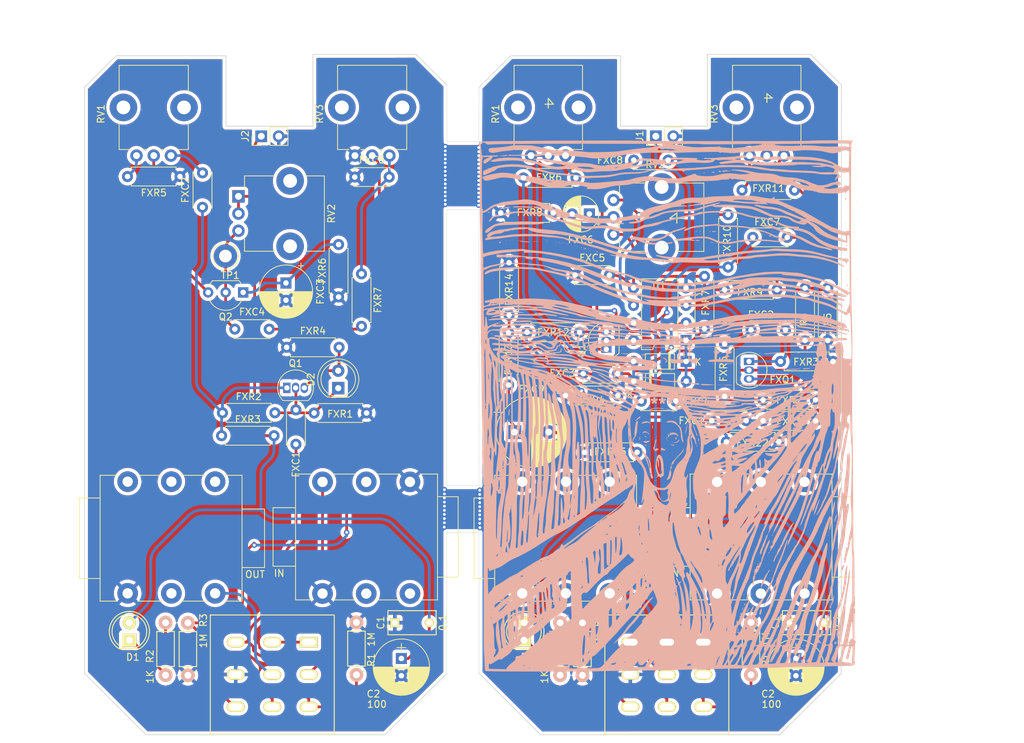
<source format=kicad_pcb>
(kicad_pcb (version 20211014) (generator pcbnew)
  (layers (0 "F.Cu" signal) (31 "B.Cu" signal) (34 "B.Paste" user) (35 "F.Paste" user) (36 "B.SilkS" user "B.Silkscreen") (37 "F.SilkS" user "F.Silkscreen") (38 "B.Mask" user) (39 "F.Mask" user) (44 "Edge.Cuts" user))
  (net 0 "")
  (net 1 "GND")
  (net 2 "+9V")
  (net 3 "Net-(D1-Pad1)")
  (net 4 "Net-(J3-Pad2)")
  (net 5 "Net-(SW1-Pad1)")
  (net 6 "Net-(FXC2-Pad1)")
  (net 7 "Net-(FXC3-Pad1)")
  (net 8 "Net-(FXC4-Pad1)")
  (net 9 "Net-(FXC4-Pad2)")
  (net 10 "Net-(D2-Pad2)")
  (net 11 "Net-(D2-Pad1)")
  (net 12 "Net-(FXC2-Pad2)")
  (net 13 "Net-(FXC5-Pad2)")
  (net 14 "Net-(FXR5-Pad2)")
  (net 15 "Net-(J1-Pad2)")
  (net 19 "Net-(Q2-Pad3)")
  (net 20 "Net-(R2-Pad2)")
  (net 25 "IN")
  (net 26 "OUT")
  (net 27 "Net-(J2-Pad2)")
  (net 28 "Net-(R3-Pad2)")
  (net 29 "+BATT")
  (net 30 "Net-(FXC1-Pad2)")
  (net 31 "Net-(FXC3-Pad2)")
  (net 32 "Net-(FXC6-Pad1)")
  (net 33 "Net-(FXC6-Pad2)")
  (net 34 "Net-(FXC7-Pad1)")
  (net 35 "Net-(FXC7-Pad2)")
  (net 36 "Net-(FXC8-Pad1)")
  (net 37 "Net-(FXC8-Pad2)")
  (net 38 "Net-(FXC9-Pad1)")
  (net 39 "Net-(FXQ1-Pad3)")
  (net 40 "Net-(FXR6-Pad1)")
  (net 41 "Net-(FXR10-Pad2)")
  (net 42 "Net-(FXR11-Pad1)")
  (net 43 "Net-(FXR13-Pad2)")
  (footprint "Potentiometer_THT:Potentiometer_Alps_RK09K_Single_Vertical" (layer "F.Cu") (at 56.0932 63.1 90)
    (fp_text reference "RV1")
    (fp_text value "VRG")
  )
  (footprint "Capacitor_THT:C_Disc_D5.0mm_W2.5mm_P5.00mm" (layer "F.Cu") (at 124.4084 98.7822)
    (fp_text reference "FXC4")
    (fp_text value "47pF")
  )
  (footprint "Capacitors_THT:CP_Radial_D8.0mm_P2.50mm" (layer "F.Cu") (at 89.5584 136.1884 -90)
    (fp_text reference "C2")
    (fp_text value "100")
  )
  (footprint "Resistor_THT:R_Axial_DIN0207_L6.3mm_D2.5mm_P7.62mm_Horizontal" (layer "F.Cu") (at 139.0388 68.1244)
    (fp_text reference "FXR11")
    (fp_text value "1K0")
  )
  (footprint "Resistor_THT:R_Axial_DIN0207_L6.3mm_D2.5mm_P7.62mm_Horizontal" (layer "F.Cu") (at 151.4848 82.3484 -90)
    (fp_text reference "R5")
    (fp_text value "PXR2")
  )
  (footprint "Connectors:NMJ6HCD2" (layer "F.Cu") (at 90.8084 110.5184 -90)
    (fp_text reference "J1" hide)
    (fp_text value "IN")
  )
  (footprint "Resistor_THT:R_Axial_DIN0207_L6.3mm_D2.5mm_P7.62mm_Horizontal" (layer "F.Cu") (at 63.4484 103.8114)
    (fp_text reference "FXR3")
    (fp_text value "1M")
  )
  (footprint "Capacitor_THT:C_Disc_D5.0mm_W2.5mm_P5.00mm" (layer "F.Cu") (at 145.3488 88.4444 180)
    (fp_text reference "FXC2")
    (fp_text value "1uF NP")
  )
  (footprint "Package_TO_SOT_THT:TO-92_Inline" (layer "F.Cu") (at 140.0548 93.0164 -90)
    (fp_text reference "FXQ1")
    (fp_text value "2SC1815")
  )
  (footprint "Capacitor_THT:CP_Radial_D5.0mm_P2.50mm" (layer "F.Cu") (at 116.8646 71.5788 180)
    (fp_text reference "FXC6")
    (fp_text value ".22uF tant")
  )
  (footprint "Resistor_THT:R_Axial_DIN0207_L6.3mm_D2.5mm_P7.62mm_Horizontal" (layer "F.Cu") (at 114.9088 66.3464 180)
    (fp_text reference "FXR6")
    (fp_text value "51K")
  )
  (footprint "Resistors_ThroughHole:Resistor_Horizontal_RM7mm" (layer "F.Cu") (at 55.3084 138.6084 90)
    (fp_text reference "R2")
    (fp_text value "1K")
  )
  (footprint "Resistor_THT:R_Axial_DIN0207_L6.3mm_D2.5mm_P7.62mm_Horizontal" (layer "F.Cu") (at 142.0868 101.6524)
    (fp_text reference "FXR1")
    (fp_text value "1K0")
  )
  (footprint "Connectors:NMJ6HCD2" (layer "F.Cu") (at 49.8084 126.7184 90)
    (fp_text reference "J3" hide)
    (fp_text value "OUT")
  )
  (footprint "Package_TO_SOT_THT:TO-92L_Inline_Wide" (layer "F.Cu") (at 66.577 82.9834 180)
    (fp_text reference "Q2")
    (fp_text value "Q_NJFET_SDG")
  )
  (footprint "Potentiometer_THT:Potentiometer_Bourns_PTV09A-1_Single_Vertical" (layer "F.Cu") (at 113.3956 63.1 90)
    (fp_text reference "RV1")
    (fp_text value "VRG")
  )
  (footprint "Resistors_ThroughHole:Resistor_Horizontal_RM7mm" (layer "F.Cu") (at 140.3342 138.5586 90)
    (fp_text reference "R1")
    (fp_text value "1M")
  )
  (footprint "Capacitor_THT:C_Disc_D5.0mm_W2.5mm_P5.00mm" (layer "F.Cu") (at 60.6798 70.6098 90)
    (fp_text reference "FXC2")
    (fp_text value "47pF")
  )
  (footprint "Resistor_THT:R_Axial_DIN0207_L6.3mm_D2.5mm_P7.62mm_Horizontal" (layer "F.Cu") (at 80.441 83.6438 90)
    (fp_text reference "FXR6")
    (fp_text value "100R")
  )
  (footprint "Capacitor_THT:C_Disc_D5.0mm_W2.5mm_P5.00mm" (layer "F.Cu") (at 134.6338 101.627)
    (fp_text reference "FXC1")
    (fp_text value "22nF")
  )
  (footprint "Pin_Headers:Pin_Header_Straight_1x02_Pitch2.54mm" (layer "F.Cu") (at 69.2084 60.2884 90)
    (fp_text reference "J2")
    (fp_text value "V+ GND" hide)
  )
  (footprint "Resistor_THT:R_Axial_DIN0207_L6.3mm_D2.5mm_P7.62mm_Horizontal" (layer "F.Cu") (at 121.0048 97.9694 180)
    (fp_text reference "FXR4")
    (fp_text value "FXR4")
  )
  (footprint "Capacitor_THT:CP_Radial_D10.0mm_P5.00mm" (layer "F.Cu") (at 105.962523 103.278)
    (fp_text reference "FXC9")
    (fp_text value "10uF")
  )
  (footprint "Resistor_THT:R_Axial_DIN0207_L6.3mm_D2.5mm_P7.62mm_Horizontal" (layer "F.Cu") (at 103.9868 71.4264)
    (fp_text reference "FXR8")
    (fp_text value "1K0")
  )
  (footprint "Potentiometer_THT:Potentiometer_TT_P0915N" (layer "F.Cu") (at 65.9022 69.028 -90)
    (fp_text reference "RV2")
    (fp_text value "R_Potentiometer_Trim")
  )
  (footprint "Diode_THT:D_DO-35_SOD27_P7.62mm_Horizontal" (layer "F.Cu") (at 123.3162 95.8866)
    (fp_text reference "FXD1" hide)
    (fp_text value "1N914")
  )
  (footprint "Package_DIP:DIP-8_W7.62mm" (layer "F.Cu") (at 130.9008 89.9584 180)
    (fp_text reference "U1")
    (fp_text value "RC4558")
  )
  (footprint "Capacitors_THT:CP_Radial_D8.0mm_P2.50mm" (layer "F.Cu") (at 146.8608 136.1884 -90)
    (fp_text reference "C2")
    (fp_text value "100")
  )
  (footprint "Capacitor_THT:C_Disc_D5.0mm_W2.5mm_P5.00mm" (layer "F.Cu") (at 140.6028 74.9824)
    (fp_text reference "FXC7")
    (fp_text value "1uF NP")
  )
  (footprint "LED_THT:LED_D5.0mm" (layer "F.Cu") (at 80.3902 96.9026 90)
    (fp_text reference "D2")
    (fp_text value "LED")
  )
  (footprint "Resistor_THT:R_Axial_DIN0207_L6.3mm_D2.5mm_P7.62mm_Horizontal" (layer "F.Cu") (at 144.3728 104.7004 180)
    (fp_text reference "FXR22")
    (fp_text value "1M")
  )
  (footprint "TestPoint:TestPoint_Loop_D2.50mm_Drill1.85mm" (layer "F.Cu") (at 64.0072 77.7002)
    (fp_text reference "TP1")
    (fp_text value "TestPoint")
  )
  (footprint "LEDs:LED-5MM" (layer "F.Cu") (at 107.3608 133.5284 90)
    (fp_text reference "D1")
    (fp_text value "LED" hide)
  )
  (footprint "Resistors_ThroughHole:Resistor_Horizontal_RM7mm" (layer "F.Cu") (at 112.6108 138.6084 90)
    (fp_text reference "R3")
    (fp_text value "1K")
  )
  (footprint "Resistor_THT:R_Axial_DIN0207_L6.3mm_D2.5mm_P7.62mm_Horizontal" (layer "F.Cu") (at 63.5754 100.484)
    (fp_text reference "FXR2")
    (fp_text value "1M")
  )
  (footprint "Package_TO_SOT_THT:TO-92_Inline" (layer "F.Cu") (at 119.3328 91.2384 90)
    (fp_text reference "Q1")
    (fp_text value "2SC1815")
  )
  (footprint "Capacitor_THT:C_Disc_D5.0mm_W2.5mm_P5.00mm" (layer "F.Cu") (at 65.368 88.3174)
    (fp_text reference "FXC4")
    (fp_text value "47pF")
  )
  (footprint "Resistors_ThroughHole:Resistor_Horizontal_RM7mm" (layer "F.Cu") (at 58.5584 131.0084 -90)
    (fp_text reference "R3")
    (fp_text value "1M")
  )
  (footprint "Resistor_THT:R_Axial_DIN0207_L6.3mm_D2.5mm_P7.62mm_Horizontal" (layer "F.Cu") (at 83.7684 80.291 -90)
    (fp_text reference "FXR7")
    (fp_text value "1M")
  )
  (footprint "Diode_THT:D_DO-35_SOD27_P7.62mm_Horizontal" (layer "F.Cu") (at 130.9108 93.0164 180)
    (fp_text reference "FXD2" hide)
    (fp_text value "1N914")
  )
  (footprint "Capacitor_THT:C_Disc_D5.0mm_W2.5mm_P5.00mm" (layer "F.Cu") (at 114.7818 80.4688)
    (fp_text reference "FXC5")
    (fp_text value "C")
  )
  (footprint "Resistor_THT:R_Axial_DIN0207_L6.3mm_D2.5mm_P7.62mm_Horizontal" (layer "F.Cu") (at 144.1188 82.6024 180)
    (fp_text reference "FXR9")
    (fp_text value "10K")
  )
  (footprint "Resistor_THT:R_Axial_DIN0207_L6.3mm_D2.5mm_P7.62mm_Horizontal" (layer "F.Cu") (at 57.4032 66.1432 180)
    (fp_text reference "FXR5")
    (fp_text value "1M")
  )
  (footprint "Capacitor_THT:C_Disc_D5.0mm_W2.5mm_P5.00mm" (layer "F.Cu") (at 115.9648 94.7944)
    (fp_text reference "FXC3")
    (fp_text value "47nF")
  )
  (footprint "Capacitors_ThroughHole:C_Rect_L7_W3.5_P5" (layer "F.Cu") (at 88.6084 130.9884)
    (fp_text reference "C1")
    (fp_text value "0.1")
  )
  (footprint "Resistor_THT:R_Axial_DIN0207_L6.3mm_D2.5mm_P7.62mm_Horizontal" (layer "F.Cu") (at 142.0868 98.6044)
    (fp_text reference "FXR2")
    (fp_text value "510K")
  )
  (footprint "Resistor_THT:R_Axial_DIN0207_L6.3mm_D2.5mm_P7.62mm_Horizontal" (layer "F.Cu") (at 152.2468 93.0164 180)
    (fp_text reference "FXR3")
    (fp_text value "10K")
  )
  (footprint "Resistor_THT:R_Axial_DIN0207_L6.3mm_D2.5mm_P7.62mm_Horizontal" (layer "F.Cu") (at 105.206 78.6654 -90)
    (fp_text reference "FXR14")
    (fp_text value "10K")
  )
  (footprint "Connectors:NMJ6HCD2" (layer "F.Cu") (at 107.1108 126.7184 90)
    (fp_text reference "J3" hide)
    (fp_text value "OUT")
  )
  (footprint "Resistor_THT:R_Axial_DIN0207_L6.3mm_D2.5mm_P7.62mm_Horizontal" (layer "F.Cu") (at 84.505 100.5094 180)
    (fp_text reference "FXR1")
    (fp_text value "1M")
  )
  (footprint "Resistors_ThroughHole:Resistor_Horizontal_RM7mm" (layer "F.Cu") (at 115.8608 131.0084 -90)
    (fp_text reference "R2")
    (fp_text value "1M")
  )
  (footprint "Capacitors_ThroughHole:C_Rect_L7_W3.5_P5" (layer "F.Cu") (at 145.9108 130.9884)
    (fp_text reference "C1")
    (fp_text value "0.1")
  )
  (footprint "Resistor_THT:R_Axial_DIN0207_L6.3mm_D2.5mm_P7.62mm_Horizontal" (layer "F.Cu") (at 72.8972 90.959)
    (fp_text reference "FXR4")
    (fp_text value "1M")
  )
  (footprint "Potentiometer_THT:Potentiometer_Bourns_PTV09A-1_Single_Vertical" (layer "F.Cu") (at 145.1202 63.1 90)
    (fp_text reference "RV3")
    (fp_text value "VRV")
  )
  (footprint "Connectors:NMJ6HCD2" (layer "F.Cu") (at 148.1108 110.5184 -90)
    (fp_text reference "J2" hide)
    (fp_text value "IN")
  )
  (footprint "Capacitor_THT:C_Disc_D5.0mm_W2.5mm_P5.00mm" (layer "F.Cu") (at 123.3054 63.7556)
    (fp_text reference "FXC8")
    (fp_text value "100nF")
  )
  (footprint "Capacitor_THT:CP_Radial_D7.5mm_P2.50mm" (layer "F.Cu") (at 72.7956 81.618806 -90)
    (fp_text reference "FXC3")
    (fp_text value "10uF")
  )
  (footprint "Pin_Headers:Pin_Header_Straight_1x02_Pitch2.54mm" (layer "F.Cu") (at 126.5108 60.2884 90)
    (fp_text reference "J1")
    (fp_text value "V+ GND" hide)
  )
  (footprint "Resistor_THT:R_Axial_DIN0207_L6.3mm_D2.5mm_P7.62mm_Horizontal" (layer "F.Cu") (at 105.1298 96.4454 90)
    (fp_text reference "FXR13")
    (fp_text value "10K")
  )
  (footprint "Resistors_ThroughHole:Resistor_Horizontal_RM7mm" (layer "F.Cu") (at 83.0318 138.5586 90)
    (fp_text reference "R1")
    (fp_text value "1M")
  )
  (footprint "Capacitor_THT:C_Disc_D5.0mm_W2.5mm_P5.00mm" (layer "F.Cu") (at 74.2434 105.056 90)
    (fp_text reference "FXC1")
    (fp_text value "22nF")
  )
  (footprint "KiCad Lib:3PDT-Footswitch" (layer "F.Cu") (at 128.1108 138.5134 180)
    (fp_text reference "SW1" hide)
    (fp_text value "SW_3PDT" hide)
  )
  (footprint "Potentiometer_THT:Potentiometer_Bourns_PTV09A-1_Single_Vertical" (layer "F.Cu") (at 120.365 74.5614)
    (fp_text reference "RV2")
    (fp_text value "VRT")
  )
  (footprint "LEDs:LED-5MM" (layer "F.Cu") (at 50.0584 133.5284 90)
    (fp_text reference "D1")
    (fp_text value "LED" hide)
  )
  (footprint "Potentiometer_THT:Potentiometer_Alps_RK09K_Single_Vertical" (layer "F.Cu") (at 87.8178 63.1 90)
    (fp_text reference "RV3")
    (fp_text value "VRV")
  )
  (footprint "KiCad Lib:3PDT-Footswitch" (layer "F.Cu") (at 70.8084 138.5134 180)
    (fp_text reference "SW1" hide)
    (fp_text value "SW_3PDT" hide)
  )
  (footprint "Resistor_THT:R_Axial_DIN0207_L6.3mm_D2.5mm_P7.62mm_Horizontal" (layer "F.Cu") (at 133.5778 80.6466 -90)
    (fp_text reference "FXR7")
    (fp_text value "1K0")
  )
  (footprint "Resistor_THT:R_Axial_DIN0207_L6.3mm_D2.5mm_P7.62mm_Horizontal" (layer "F.Cu") (at 116.1788 106.2244)
    (fp_text reference "FXR15")
    (fp_text value "100R")
  )
  (footprint "Resistor_THT:R_Axial_DIN0207_L6.3mm_D2.5mm_P7.62mm_Horizontal" (layer "F.Cu") (at 107.8222 88.7746)
    (fp_text reference "FXR12")
    (fp_text value "510K")
  )
  (footprint "Resistor_THT:R_Axial_DIN0207_L6.3mm_D2.5mm_P7.62mm_Horizontal" (layer "F.Cu") (at 148.1828 89.9684 90)
    (fp_text reference "R4")
    (fp_text value "PXR1")
  )
  (footprint "Capacitor_THT:C_Disc_D5.0mm_W2.5mm_P5.00mm" (layer "F.Cu") (at 82.7924 66.2194)
    (fp_text reference "FXC5")
    (fp_text value "47pF")
  )
  (footprint "Resistor_THT:R_Axial_DIN0207_L6.3mm_D2.5mm_P7.62mm_Horizontal" (layer "F.Cu") (at 137.0068 79.3004 90)
    (fp_text reference "FXR10")
    (fp_text value "1K0")
  )
  (footprint "Package_TO_SOT_THT:TO-92_Inline" (layer "F.Cu") (at 72.9226 96.8518)
    (fp_text reference "Q1")
    (fp_text value "BS170")
  )
  (footprint "Resistor_THT:R_Axial_DIN0207_L6.3mm_D2.5mm_P7.62mm_Horizontal" (layer "F.Cu") (at 136.4988 98.0964 90)
    (fp_text reference "FXR5")
    (fp_text value "10K")
  )
  (footprint "Grandiceps:scream" (layer "B.Cu") (at 128.2184 99.1886 180)
    (fp_text reference "G***")
    (fp_text value "LOGO" hide)
  )
  (gr_line (start 142.6456 54.1036) (end 142.6456 55.3736) (layer "F.SilkS") (width 0.15))
  (gr_line (start 143.433 54.7386) (end 142.6456 54.1036) (layer "F.SilkS") (width 0.15))
  (gr_line (start 130.6822 72.2138) (end 128.5486 72.2138) (layer "F.SilkS") (width 0.15))
  (gr_line (start 111.6322 55.6276) (end 110.8956 54.7894) (layer "F.SilkS") (width 0.15))
  (gr_line (start 128.5486 72.2138) (end 129.5646 71.4264) (layer "F.SilkS") (width 0.15))
  (gr_line (start 142.29 54.7386) (end 143.433 54.7386) (layer "F.SilkS") (width 0.15))
  (gr_line (start 110.413 55.6276) (end 111.6322 55.6276) (layer "F.SilkS") (width 0.15))
  (gr_line (start 110.8956 54.7894) (end 110.8956 56.1864) (layer "F.SilkS") (width 0.15))
  (gr_line (start 129.5646 71.4264) (end 129.5646 72.925) (layer "F.SilkS") (width 0.15))
  (gr_line (start 96.139 111.0742) (end 100.838 111.0742) (layer "Edge.Cuts") (width 0.05))
  (gr_line (start 100.838 70.9676) (end 100.838 111.0742) (layer "Edge.Cuts") (width 0.05))
  (gr_line (start 43.5348 53.1892) (end 48.1322 48.5918) (layer "Edge.Cuts") (width 0.1))
  (gr_line (start 91.6932 48.3886) (end 96.1636 52.859) (layer "Edge.Cuts") (width 0.1))
  (gr_line (start 153.466 52.859) (end 153.4406 138.3808) (layer "Edge.Cuts") (width 0.1))
  (gr_line (start 148.9956 48.3886) (end 153.466 52.859) (layer "Edge.Cuts") (width 0.1))
  (gr_line (start 96.139 111.0742) (end 96.139 70.9676) (layer "Edge.Cuts") (width 0.05))
  (gr_line (start 76.7072 48.3886) (end 91.6932 48.3886) (layer "Edge.Cuts") (width 0.1))
  (gr_line (start 134.0096 58.828) (end 134.0096 48.3886) (layer "Edge.Cuts") (width 0.1))
  (gr_line (start 96.1382 138.3808) (end 87.1974 147.2708) (layer "Edge.Cuts") (width 0.1))
  (gr_line (start 96.1382 138.3808) (end 96.139 117.8814) (layer "Edge.Cuts") (width 0.05))
  (gr_line (start 100.8372 53.1892) (end 105.4346 48.5918) (layer "Edge.Cuts") (width 0.1))
  (gr_line (start 76.7072 58.828) (end 76.7072 48.3886) (layer "Edge.Cuts") (width 0.1))
  (gr_line (start 96.1898 61.087) (end 100.8126 61.087) (layer "Edge.Cuts") (width 0.05))
  (gr_line (start 121.3858 48.5918) (end 121.3858 58.828) (layer "Edge.Cuts") (width 0.1))
  (gr_line (start 64.0834 48.5918) (end 64.0834 58.828) (layer "Edge.Cuts") (width 0.1))
  (gr_line (start 144.4998 147.2708) (end 109.778 147.2708) (layer "Edge.Cuts") (width 0.1))
  (gr_line (start 96.139 117.8814) (end 100.838 117.8814) (layer "Edge.Cuts") (width 0.05))
  (gr_line (start 105.4346 48.5918) (end 121.3858 48.5918) (layer "Edge.Cuts") (width 0.1))
  (gr_line (start 100.838 117.8814) (end 100.8372 138.33) (layer "Edge.Cuts") (width 0.05))
  (gr_line (start 52.4756 147.2708) (end 43.5348 138.33) (layer "Edge.Cuts") (width 0.1))
  (gr_line (start 100.8126 61.087) (end 100.8372 53.1892) (layer "Edge.Cuts") (width 0.05))
  (gr_line (start 109.778 147.2708) (end 100.8372 138.33) (layer "Edge.Cuts") (width 0.1))
  (gr_line (start 87.1974 147.2708) (end 52.4756 147.2708) (layer "Edge.Cuts") (width 0.1))
  (gr_line (start 48.1322 48.5918) (end 64.0834 48.5918) (layer "Edge.Cuts") (width 0.1))
  (gr_line (start 134.0096 48.3886) (end 148.9956 48.3886) (layer "Edge.Cuts") (width 0.1))
  (gr_line (start 121.3858 58.828) (end 134.0096 58.828) (layer "Edge.Cuts") (width 0.1))
  (gr_line (start 96.1636 52.859) (end 96.1898 61.087) (layer "Edge.Cuts") (width 0.05))
  (gr_line (start 64.0834 58.828) (end 76.7072 58.828) (layer "Edge.Cuts") (width 0.1))
  (gr_line (start 43.5348 138.33) (end 43.5348 53.1892) (layer "Edge.Cuts") (width 0.1))
  (gr_line (start 153.4406 138.3808) (end 144.4998 147.2708) (layer "Edge.Cuts") (width 0.1))
  (gr_line (start 96.139 70.9676) (end 100.838 70.9676) (layer "Edge.Cuts") (width 0.05))
  (via (at 100.7872 62.5348) (size 0.8) (drill 0.4) (layers "F.Cu" "B.Cu") (net 1))
  (via (at 100.9396 114.1222) (size 0.8) (drill 0.4) (layers "F.Cu" "B.Cu") (net 1))
  (via (at 95.8088 112.8522) (size 0.8) (drill 0.4) (layers "F.Cu" "B.Cu") (net 1))
  (via (at 95.9358 62.992) (size 0.8) (drill 0.4) (layers "F.Cu" "B.Cu") (net 1))
  (via (at 95.9358 68.4022) (size 0.8) (drill 0.4) (layers "F.Cu" "B.Cu") (net 1))
  (via (at 100.9396 115.9256) (size 0.8) (drill 0.4) (layers "F.Cu" "B.Cu") (net 1))
  (via (at 100.7872 61.9252) (size 0.8) (drill 0.4) (layers "F.Cu" "B.Cu") (net 1))
  (via (at 95.9358 66.5988) (size 0.8) (drill 0.4) (layers "F.Cu" "B.Cu") (net 1))
  (via (at 95.9358 67.7926) (size 0.8) (drill 0.4) (layers "F.Cu" "B.Cu") (net 1))
  (via (at 95.8088 116.459) (size 0.8) (drill 0.4) (layers "F.Cu" "B.Cu") (net 1))
  (via (at 95.8088 114.046) (size 0.8) (drill 0.4) (layers "F.Cu" "B.Cu") (net 1))
  (via (at 100.7872 64.9224) (size 0.8) (drill 0.4) (layers "F.Cu" "B.Cu") (net 1))
  (via (at 95.9358 65.9892) (size 0.8) (drill 0.4) (layers "F.Cu" "B.Cu") (net 1))
  (via (at 100.7872 66.1162) (size 0.8) (drill 0.4) (layers "F.Cu" "B.Cu") (net 1))
  (via (at 100.7872 67.3354) (size 0.8) (drill 0.4) (layers "F.Cu" "B.Cu") (net 1))
  (via (at 95.7834 117.094) (size 0.8) (drill 0.4) (layers "F.Cu" "B.Cu") (net 1))
  (via (at 95.8088 115.8494) (size 0.8) (drill 0.4) (layers "F.Cu" "B.Cu") (net 1))
  (via (at 100.7872 69.1134) (size 0.8) (drill 0.4) (layers "F.Cu" "B.Cu") (net 1))
  (via (at 95.8088 115.2398) (size 0.8) (drill 0.4) (layers "F.Cu" "B.Cu") (net 1))
  (via (at 100.9396 116.5352) (size 0.8) (drill 0.4) (layers "F.Cu" "B.Cu") (net 1))
  (via (at 100.9396 115.316) (size 0.8) (drill 0.4) (layers "F.Cu" "B.Cu") (net 1))
  (via (at 95.9358 64.7954) (size 0.8) (drill 0.4) (layers "F.Cu" "B.Cu") (net 1))
  (via (at 100.7872 65.5066) (size 0.8) (drill 0.4) (layers "F.Cu" "B.Cu") (net 1))
  (via (at 100.7872 64.3128) (size 0.8) (drill 0.4) (layers "F.Cu" "B.Cu") (net 1))
  (via (at 100.7872 69.723) (size 0.8) (drill 0.4) (layers "F.Cu" "B.Cu") (net 1))
  (via (at 100.7872 63.119) (size 0.8) (drill 0.4) (layers "F.Cu" "B.Cu") (net 1))
  (via (at 100.7872 63.7286) (size 0.8) (drill 0.4) (layers "F.Cu" "B.Cu") (net 1))
  (via (at 95.8088 114.6556) (size 0.8) (drill 0.4) (layers "F.Cu" "B.Cu") (net 1))
  (via (at 95.8088 111.6584) (size 0.8) (drill 0.4) (layers "F.Cu" "B.Cu") (net 1))
  (via (at 100.9396 112.3442) (size 0.8) (drill 0.4) (layers "F.Cu" "B.Cu") (net 1))
  (via (at 100.9396 112.9284) (size 0.8) (drill 0.4) (layers "F.Cu" "B.Cu") (net 1))
  (via (at 100.965 117.1702) (size 0.8) (drill 0.4) (layers "F.Cu" "B.Cu") (net 1))
  (via (at 95.9358 64.1858) (size 0.8) (drill 0.4) (layers "F.Cu" "B.Cu") (net 1))
  (via (at 95.8088 112.268) (size 0.8) (drill 0.4) (layers "F.Cu" "B.Cu") (net 1))
  (via (at 95.9358 68.9864) (size 0.8) (drill 0.4) (layers "F.Cu" "B.Cu") (net 1))
  (via (at 100.7872 67.9196) (size 0.8) (drill 0.4) (layers "F.Cu" "B.Cu") (net 1))
  (via (at 95.9358 69.596) (size 0.8) (drill 0.4) (layers "F.Cu" "B.Cu") (net 1))
  (via (at 100.9396 114.7318) (size 0.8) (drill 0.4) (layers "F.Cu" "B.Cu") (net 1))
  (via (at 100.7872 70.3072) (size 0.8) (drill 0.4) (layers "F.Cu" "B.Cu") (net 1))
  (via (at 95.9358 70.1802) (size 0.8) (drill 0.4) (layers "F.Cu" "B.Cu") (net 1))
  (via (at 95.9358 65.3796) (size 0.8) (drill 0.4) (layers "F.Cu" "B.Cu") (net 1))
  (via (at 95.9358 62.4078) (size 0.8) (drill 0.4) (layers "F.Cu" "B.Cu") (net 1))
  (via (at 100.7872 66.7258) (size 0.8) (drill 0.4) (layers "F.Cu" "B.Cu") (net 1))
  (via (at 100.9396 111.7346) (size 0.8) (drill 0.4) (layers "F.Cu" "B.Cu") (net 1))
  (via (at 95.9358 67.2084) (size 0.8) (drill 0.4) (layers "F.Cu" "B.Cu") (net 1))
  (via (at 95.8088 113.4618) (size 0.8) (drill 0.4) (layers "F.Cu" "B.Cu") (net 1))
  (via (at 95.9358 61.7982) (size 0.8) (drill 0.4) (layers "F.Cu" "B.Cu") (net 1))
  (via (at 95.9358 63.6016) (size 0.8) (drill 0.4) (layers "F.Cu" "B.Cu") (net 1))
  (via (at 100.7872 68.5292) (size 0.8) (drill 0.4) (layers "F.Cu" "B.Cu") (net 1))
  (via (at 100.9396 113.538) (size 0.8) (drill 0.4) (layers "F.Cu" "B.Cu") (net 1))
  (segment (start 119.3328 89.9684) (end 123.2708 89.9684) (width 0.4) (layer "F.Cu") (net 2))
  (segment (start 93.6084 131.895759) (end 93.6084 130.9884) (width 0.4) (layer "F.Cu") (net 2))
  (segment (start 65.9022 71.528) (end 65.9022 69.028) (width 0.4) (layer "F.Cu") (net 2))
  (segment (start 150.9108 131.895759) (end 150.9108 130.9884) (width 0.4) (layer "F.Cu") (net 2))
  (segment (start 140.0548 94.2864) (end 126.5928 94.2864) (width 0.4) (layer "F.Cu") (net 2))
  (segment (start 67.9042 69.028) (end 68.249 68.6832) (width 0.4) (layer "F.Cu") (net 2))
  (segment (start 69.2084 60.2884) (end 68.834786 60.662014) (width 0.4) (layer "F.Cu") (net 2))
  (segment (start 123.2708 89.9684) (end 123.2808 89.9584) (width 0.4) (layer "F.Cu") (net 2))
  (segment (start 89.5584 136.1884) (end 90.5584 136.1884) (width 0.4) (layer "F.Cu") (net 2))
  (segment (start 126.5928 94.2864) (end 126.4808 94.3984) (width 0.4) (layer "F.Cu") (net 2))
  (segment (start 68.249 68.6832) (end 68.249 102.77) (width 0.4) (layer "F.Cu") (net 2))
  (segment (start 126.4808 94.3984) (end 126.4808 94.4284) (width 0.4) (layer "F.Cu") (net 2))
  (segment (start 68.249 102.77) (end 68.704614 103.225614) (width 0.4) (layer "F.Cu") (net 2))
  (segment (start 65.9022 69.028) (end 67.9042 69.028) (width 0.4) (layer "F.Cu") (net 2))
  (segment (start 68.249 62.076227) (end 68.249 68.6832) (width 0.4) (layer "F.Cu") (net 2))
  (segment (start 147.15648 93.40772) (end 147.304121 93.260079) (width 0.4) (layer "F.Cu") (net 2))
  (segment (start 148.1828 91.138759) (end 148.1828 89.9684) (width 0.4) (layer "F.Cu") (net 2))
  (segment (start 146.8608 136.1884) (end 147.8608 136.1884) (width 0.4) (layer "F.Cu") (net 2))
  (segment (start 90.5584 136.1884) (end 92.729721 134.017079) (width 0.4) (layer "F.Cu") (net 2))
  (segment (start 140.0548 94.2864) (end 145.035159 94.2864) (width 0.4) (layer "F.Cu") (net 2))
  (segment (start 70.118827 103.8114) (end 71.0684 103.8114) (width 0.4) (layer "F.Cu") (net 2))
  (segment (start 147.8608 136.1884) (end 150.032121 134.017079) (width 0.4) (layer "F.Cu") (net 2))
  (via (at 126.4808 94.4284) (size 0.8) (drill 0.4) (layers "F.Cu" "B.Cu") (net 2))
  (arc (start 150.032121 134.017079) (mid 150.682439 133.043809) (end 150.9108 131.895759) (width 0.4) (layer "F.Cu") (net 2))
  (arc (start 68.249 62.076227) (mid 68.401241 61.31086) (end 68.834786 60.662014) (width 0.4) (layer "F.Cu") (net 2))
  (arc (start 147.15648 93.40772) (mid 146.18321 94.058039) (end 145.035159 94.2864) (width 0.4) (layer "F.Cu") (net 2))
  (arc (start 147.304121 93.260079) (mid 147.954439 92.286809) (end 148.1828 91.138759) (width 0.4) (layer "F.Cu") (net 2))
  (arc (start 70.118827 103.8114) (mid 69.35346 103.659159) (end 68.704614 103.225614) (width 0.4) (layer "F.Cu") (net 2))
  (arc (start 92.729721 134.017079) (mid 93.380039 133.043809) (end 93.6084 131.895759) (width 0.4) (layer "F.Cu") (net 2))
  (segment (start 150.9108 123.181041) (end 150.9108 130.9884) (width 0.4) (layer "B.Cu") (net 2))
  (segment (start 93.6084 123.181041) (end 93.6084 130.9884) (width 0.4) (layer "B.Cu") (net 2))
  (segment (start 110.4608 122.131041) (end 110.4608 126.645759) (width 0.4) (layer "B.Cu") (net 2))
  (segment (start 52.27972 128.76708) (end 50.0584 130.9884) (width 0.4) (layer "B.Cu") (net 2))
  (segment (start 126.4808 108.540481) (end 126.4808 94.4284) (width 0.4) (layer "B.Cu") (net 2))
  (segment (start 69.744187 107.974694) (end 70.482614 107.236267) (width 0.4) (layer "B.Cu") (net 2))
  (segment (start 58.57972 115.46708) (end 54.037079 120.009721) (width 0.4) (layer "B.Cu") (net 2))
  (segment (start 126.4608 108.560481) (end 126.4808 108.540481) (width 0.4) (layer "B.Cu") (net 2))
  (segment (start 53.1584 122.131041) (end 53.1584 126.645759) (width 0.4) (layer "B.Cu") (net 2))
  (segment (start 126.4608 114.5884) (end 126.4608 108.560481) (width 0.4) (layer "B.Cu") (net 2))
  (segment (start 69.1584 114.5884) (end 60.701041 114.5884) (width 0.4) (layer "B.Cu") (net 2))
  (segment (start 123.2808 89.9584) (end 126.3488 89.9584) (width 0.4) (layer "B.Cu") (net 2))
  (segment (start 129.003441 115.8884) (end 143.618159 115.8884) (width 0.4) (layer "B.Cu") (net 2))
  (segment (start 115.88212 115.46708) (end 111.339479 120.009721) (width 0.4) (layer "B.Cu") (net 2))
  (segment (start 71.701041 115.8884) (end 86.315759 115.8884) (width 0.4) (layer "B.Cu") (net 2))
  (segment (start 71.0684 105.822054) (end 71.0684 103.8114) (width 0.4) (layer "B.Cu") (net 2))
  (segment (start 126.4808 94.4284) (end 126.4808 89.8264) (width 0.4) (layer "B.Cu") (net 2))
  (segment (start 126.4608 114.5884) (end 126.882121 115.009721) (width 0.4) (layer "B.Cu") (net 2))
  (segment (start 126.4808 83.161827) (end 126.4808 89.8264) (width 0.4) (layer "B.Cu") (net 2))
  (segment (start 145.73948 116.76708) (end 150.032121 121.059721) (width 0.4) (layer "B.Cu") (net 2))
  (segment (start 126.4608 114.5884) (end 118.003441 114.5884) (width 0.4) (layer "B.Cu") (net 2))
  (segment (start 88.43708 116.76708) (end 92.729721 121.059721) (width 0.4) (layer "B.Cu") (net 2))
  (segment (start 130.782213 78.031987) (end 127.066586 81.747614) (width 0.4) (layer "B.Cu") (net 2))
  (segment (start 131.368 68.241627) (end 131.368 76.617773) (width 0.4) (layer "B.Cu") (net 2))
  (segment (start 109.58212 128.76708) (end 107.3608 130.9884) (width 0.4) (layer "B.Cu") (net 2))
  (segment (start 128.513427 65.2288) (end 128.769386 65.2288) (width 0.4) (layer "B.Cu") (net 2))
  (segment (start 126.5108 60.2884) (end 126.5108 63.226173) (width 0.4) (layer "B.Cu") (net 2))
  (segment (start 69.1584 114.5884) (end 69.1584 109.388908) (width 0.4) (layer "B.Cu") (net 2))
  (segment (start 69.1584 114.5884) (end 69.579721 115.009721) (width 0.4) (layer "B.Cu") (net 2))
  (segment (start 127.096587 64.640387) (end 127.099214 64.643014) (width 0.4) (layer "B.Cu") (net 2))
  (segment (start 129.476493 65.521693) (end 130.782214 66.827414) (width 0.4) (layer "B.Cu") (net 2))
  (segment (start 126.3488 89.9584) (end 126.4808 89.8264) (width 0.4) (layer "B.Cu") (net 2))
  (arc (start 58.57972 115.46708) (mid 59.55299 114.816761) (end 60.701041 114.5884) (width 0.4) (layer "B.Cu") (net 2))
  (arc (start 126.4808 83.161827) (mid 126.633041 82.39646) (end 127.066586 81.747614) (width 0.4) (layer "B.Cu") (net 2))
  (arc (start 130.782213 78.031987) (mid 131.215759 77.38314) (end 131.368 76.617773) (width 0.4) (layer "B.Cu") (net 2))
  (arc (start 127.096587 64.640387) (mid 126.663041 63.99154) (end 126.5108 63.226173) (width 0.4) (layer "B.Cu") (net 2))
  (arc (start 53.1584 126.645759) (mid 52.930038 127.79381) (end 52.27972 128.76708) (width 0.4) (layer "B.Cu") (net 2))
  (arc (start 126.882121 115.009721) (mid 127.855391 115.660039) (end 129.003441 115.8884) (width 0.4) (layer "B.Cu") (net 2))
  (arc (start 115.88212 115.46708) (mid 116.85539 114.816761) (end 118.003441 114.5884) (width 0.4) (layer "B.Cu") (net 2))
  (arc (start 69.579721 115.009721) (mid 70.552991 115.660039) (end 71.701041 115.8884) (width 0.4) (layer "B.Cu") (net 2))
  (arc (start 70.482614 107.236267) (mid 70.916159 106.587421) (end 71.0684 105.822054) (width 0.4) (layer "B.Cu") (net 2))
  (arc (start 131.368 68.241627) (mid 131.215759 67.47626) (end 130.782214 66.827414) (width 0.4) (layer "B.Cu") (net 2))
  (arc (start 53.1584 122.131041) (mid 53.386761 120.982991) (end 54.037079 120.009721) (width 0.4) (layer "B.Cu") (net 2))
  (arc (start 128.769386 65.2288) (mid 129.152069 65.30492) (end 129.476493 65.521693) (width 0.4) (layer "B.Cu") (net 2))
  (arc (start 88.43708 116.76708) (mid 87.46381 116.116761) (end 86.315759 115.8884) (width 0.4) (layer "B.Cu") (net 2))
  (arc (start 145.73948 116.76708) (mid 144.76621 116.116761) (end 143.618159 115.8884) (width 0.4) (layer "B.Cu") (net 2))
  (arc (start 69.744187 107.974694) (mid 69.310641 108.623541) (end 69.1584 109.388908) (width 0.4) (layer "B.Cu") (net 2))
  (arc (start 110.4608 122.131041) (mid 110.689161 120.982991) (end 111.339479 120.009721) (width 0.4) (layer "B.Cu") (net 2))
  (arc (start 128.513427 65.2288) (mid 127.74806 65.076559) (end 127.099214 64.643014) (width 0.4) (layer "B.Cu") (net 2))
  (arc (start 150.032121 121.059721) (mid 150.682439 122.032991) (end 150.9108 123.181041) (width 0.4) (layer "B.Cu") (net 2))
  (arc (start 92.729721 121.059721) (mid 93.380039 122.032991) (end 93.6084 123.181041) (width 0.4) (layer "B.Cu") (net 2))
  (arc (start 110.4608 126.645759) (mid 110.232438 127.79381) (end 109.58212 128.76708) (width 0.4) (layer "B.Cu") (net 2))
  (segment (start 107.3608 133.4884) (end 107.6108 133.4884) (width 0.4) (layer "F.Cu") (net 3))
  (segment (start 107.6108 133.4884) (end 112.6108 138.4884) (width 0.4) (layer "F.Cu") (net 3))
  (segment (start 50.3084 133.4884) (end 55.3084 138.4884) (width 0.4) (layer "F.Cu") (net 3))
  (segment (start 50.0584 133.4884) (end 50.3084 133.4884) (width 0.4) (layer "F.Cu") (net 3))
  (segment (start 70.8084 138.5384) (end 70.4894 138.5384) (width 0.4) (layer "B.Cu") (net 4))
  (segment (start 125.092613 128.524013) (end 123.872786 127.304186) (width 0.4) (layer "B.Cu") (net 4))
  (segment (start 125.6784 135.596573) (end 125.6784 129.938227) (width 0.4) (layer "B.Cu") (net 4))
  (segment (start 67.790213 128.524013) (end 66.570386 127.304186) (width 0.4) (layer "B.Cu") (net 4))
  (segment (start 128.1108 138.5384) (end 127.7918 138.5384) (width 0.4) (layer "B.Cu") (net 4))
  (segment (start 122.458573 126.7184) (end 119.8108 126.7184) (width 0.4) (layer "B.Cu") (net 4))
  (segment (start 68.376 135.596573) (end 68.376 129.938227) (width 0.4) (layer "B.Cu") (net 4))
  (segment (start 70.4894 138.5384) (end 68.961786 137.010786) (width 0.4) (layer "B.Cu") (net 4))
  (segment (start 127.7918 138.5384) (end 126.264186 137.010786) (width 0.4) (layer "B.Cu") (net 4))
  (segment (start 65.156173 126.7184) (end 62.5084 126.7184) (width 0.4) (layer "B.Cu") (net 4))
  (arc (start 65.156173 126.7184) (mid 65.92154 126.870641) (end 66.570386 127.304186) (width 0.4) (layer "B.Cu") (net 4))
  (arc (start 126.264186 137.010786) (mid 125.830641 136.36194) (end 125.6784 135.596573) (width 0.4) (layer "B.Cu") (net 4))
  (arc (start 67.790213 128.524013) (mid 68.223759 129.17286) (end 68.376 129.938227) (width 0.4) (layer "B.Cu") (net 4))
  (arc (start 68.961786 137.010786) (mid 68.528241 136.36194) (end 68.376 135.596573) (width 0.4) (layer "B.Cu") (net 4))
  (arc (start 122.458573 126.7184) (mid 123.22394 126.870641) (end 123.872786 127.304186) (width 0.4) (layer "B.Cu") (net 4))
  (arc (start 125.092613 128.524013) (mid 125.526159 129.17286) (end 125.6784 129.938227) (width 0.4) (layer "B.Cu") (net 4))
  (segment (start 128.1108 133.8134) (end 133.4108 133.8134) (width 0.4) (layer "F.Cu") (net 5))
  (segment (start 70.8084 133.8134) (end 76.1084 133.8134) (width 0.4) (layer "F.Cu") (net 5))
  (segment (start 64.666013 97.437587) (end 64.161186 97.942414) (width 0.4) (layer "B.Cu") (net 6))
  (segment (start 63.5754 99.356627) (end 63.5754 100.484) (width 0.4) (layer "B.Cu") (net 6))
  (segment (start 145.3488 88.4444) (end 145.3488 92.2944) (width 0.4) (layer "B.Cu") (net 6))
  (segment (start 63.4484 103.8114) (end 63.4484 100.611) (width 0.4) (layer "B.Cu") (net 6))
  (segment (start 145.3488 92.2944) (end 144.6268 93.0164) (width 0.4) (layer "B.Cu") (net 6))
  (segment (start 72.9226 96.8518) (end 66.080227 96.8518) (width 0.4) (layer "B.Cu") (net 6))
  (segment (start 59.7908 80.0624) (end 59.7908 95.870973) (width 0.4) (layer "B.Cu") (net 6))
  (segment (start 140.0548 93.0164) (end 144.6268 93.0164) (width 0.4) (layer "B.Cu") (net 6))
  (segment (start 63.4484 100.611) (end 63.5754 100.484) (width 0.4) (layer "B.Cu") (net 6))
  (segment (start 60.6798 70.6098) (end 60.6798 78.344973) (width 0.4) (layer "B.Cu") (net 6))
  (segment (start 60.376587 97.285187) (end 63.5754 100.484) (width 0.4) (layer "B.Cu") (net 6))
  (segment (start 60.094013 79.759187) (end 59.7908 80.0624) (width 0.4) (layer "B.Cu") (net 6))
  (arc (start 64.161186 97.942414) (mid 63.727641 98.59126) (end 63.5754 99.356627) (width 0.4) (layer "B.Cu") (net 6))
  (arc (start 60.376587 97.285187) (mid 59.943041 96.63634) (end 59.7908 95.870973) (width 0.4) (layer "B.Cu") (net 6))
  (arc (start 60.6798 78.344973) (mid 60.527559 79.11034) (end 60.094013 79.759187) (width 0.4) (layer "B.Cu") (net 6))
  (arc (start 64.666013 97.437587) (mid 65.31486 97.004041) (end 66.080227 96.8518) (width 0.4) (layer "B.Cu") (net 6))
  (segment (start 118.70848 95.67308) (end 121.0048 97.9694) (width 0.4) (layer "F.Cu") (net 7))
  (segment (start 115.9648 94.7944) (end 116.587159 94.7944) (width 0.4) (layer "F.Cu") (net 7))
  (arc (start 116.587159 94.7944) (mid 117.73521 95.022762) (end 118.70848 95.67308) (width 0.4) (layer "F.Cu") (net 7))
  (segment (start 80.441 76.0238) (end 79.219033 76.0238) (width 0.4) (layer "B.Cu") (net 7))
  (segment (start 69.6968 81.6118) (end 69.703806 81.618806) (width 0.4) (layer "B.Cu") (net 7))
  (segment (start 77.804819 76.609587) (end 72.7956 81.618806) (width 0.4) (layer "B.Cu") (net 7))
  (segment (start 69.703806 81.618806) (end 72.7956 81.618806) (width 0.4) (layer "B.Cu") (net 7))
  (segment (start 68.910987 82.397613) (end 69.6968 81.6118) (width 0.4) (layer "B.Cu") (net 7))
  (segment (start 66.577 82.9834) (end 67.496773 82.9834) (width 0.4) (layer "B.Cu") (net 7))
  (arc (start 77.804819 76.609587) (mid 78.453666 76.176041) (end 79.219033 76.0238) (width 0.4) (layer "B.Cu") (net 7))
  (arc (start 67.496773 82.9834) (mid 68.26214 82.831159) (end 68.910987 82.397613) (width 0.4) (layer "B.Cu") (net 7))
  (segment (start 64.037 82.9834) (end 64.037 86.157973) (width 0.4) (layer "F.Cu") (net 8))
  (segment (start 64.622787 87.572187) (end 65.368 88.3174) (width 0.4) (layer "F.Cu") (net 8))
  (segment (start 64.037 82.9834) (end 64.037 76.721627) (width 0.4) (layer "F.Cu") (net 8))
  (segment (start 64.622787 75.307413) (end 65.9022 74.028) (width 0.4) (layer "F.Cu") (net 8))
  (arc (start 64.622787 87.572187) (mid 64.189241 86.92334) (end 64.037 86.157973) (width 0.4) (layer "F.Cu") (net 8))
  (arc (start 64.622787 75.307413) (mid 64.189241 75.95626) (end 64.037 76.721627) (width 0.4) (layer "F.Cu") (net 8))
  (segment (start 123.179428 88.673) (end 125.5514 88.673) (width 0.4) (layer "F.Cu") (net 9))
  (segment (start 120.4968 85.6504) (end 120.7508 85.9044) (width 0.4) (layer "F.Cu") (net 9))
  (segment (start 131.886 89.9584) (end 133.5778 88.2666) (width 0.4) (layer "F.Cu") (net 9))
  (segment (start 121.043693 86.951479) (end 122.472321 88.380107) (width 0.4) (layer "F.Cu") (net 9))
  (segment (start 83.362 88.3174) (end 83.7684 87.911) (width 0.4) (layer "F.Cu") (net 9))
  (segment (start 130.9008 89.9584) (end 131.886 89.9584) (width 0.4) (layer "F.Cu") (net 9))
  (segment (start 120.7508 85.9044) (end 120.7508 86.244372) (width 0.4) (layer "F.Cu") (net 9))
  (segment (start 127.665228 89.9584) (end 130.9008 89.9584) (width 0.4) (layer "F.Cu") (net 9))
  (segment (start 126.258507 88.965893) (end 126.958121 89.665507) (width 0.4) (layer "F.Cu") (net 9))
  (segment (start 70.368 88.3174) (end 83.362 88.3174) (width 0.4) (layer "F.Cu") (net 9))
  (via (at 120.4968 85.6504) (size 0.8) (drill 0.4) (layers "F.Cu" "B.Cu") (net 9))
  (arc (start 126.958121 89.665507) (mid 127.282544 89.88228) (end 127.665228 89.9584) (width 0.4) (layer "F.Cu") (net 9))
  (arc (start 123.179428 88.673) (mid 122.796745 88.59688) (end 122.472321 88.380107) (width 0.4) (layer "F.Cu") (net 9))
  (arc (start 125.5514 88.673) (mid 125.934083 88.74912) (end 126.258507 88.965893) (width 0.4) (layer "F.Cu") (net 9))
  (arc (start 120.7508 86.244372) (mid 120.82692 86.627055) (end 121.043693 86.951479) (width 0.4) (layer "F.Cu") (net 9))
  (segment (start 110.8956 63.1) (end 108.3956 63.1) (width 0.4) (layer "B.Cu") (net 9))
  (segment (start 109.2956 78.286559) (end 109.2956 65.242641) (width 0.4) (layer "B.Cu") (net 9))
  (segment (start 130.9008 89.9584) (end 130.9008 95.593759) (width 0.4) (layer "B.Cu") (net 9))
  (segment (start 130.02212 97.71508) (end 129.3868 98.3504) (width 0.4) (layer "B.Cu") (net 9))
  (segment (start 120.4968 85.6504) (end 116.659441 85.6504) (width 0.4) (layer "B.Cu") (net 9))
  (segment (start 114.53812 84.77172) (end 110.174279 80.407879) (width 0.4) (layer "B.Cu") (net 9))
  (segment (start 108.41692 63.12132) (end 108.3956 63.1) (width 0.4) (layer "B.Cu") (net 9))
  (arc (start 116.659441 85.6504) (mid 115.51139 85.422038) (end 114.53812 84.77172) (width 0.4) (layer "B.Cu") (net 9))
  (arc (start 130.02212 97.71508) (mid 130.672439 96.74181) (end 130.9008 95.593759) (width 0.4) (layer "B.Cu") (net 9))
  (arc (start 109.2956 78.286559) (mid 109.523961 79.434609) (end 110.174279 80.407879) (width 0.4) (layer "B.Cu") (net 9))
  (arc (start 109.2956 65.242641) (mid 109.067238 64.09459) (end 108.41692 63.12132) (width 0.4) (layer "B.Cu") (net 9))
  (segment (start 80.3902 94.3626) (end 78.780227 94.3626) (width 0.4) (layer "F.Cu") (net 10))
  (segment (start 80.5172 94.2356) (end 80.3902 94.3626) (width 0.4) (layer "F.Cu") (net 10))
  (segment (start 80.5172 90.959) (end 80.5172 94.2356) (width 0.4) (layer "F.Cu") (net 10))
  (segment (start 77.366013 94.948387) (end 75.4626 96.8518) (width 0.4) (layer "F.Cu") (net 10))
  (arc (start 78.780227 94.3626) (mid 78.01486 94.514841) (end 77.366013 94.948387) (width 0.4) (layer "F.Cu") (net 10))
  (segment (start 76.885 100.5094) (end 80.3902 97.0042) (width 0.4) (layer "F.Cu") (net 11))
  (segment (start 76.8596 100.484) (end 76.885 100.5094) (width 0.4) (layer "F.Cu") (net 11))
  (segment (start 80.3902 97.0042) (end 80.3902 96.9026) (width 0.4) (layer "F.Cu") (net 11))
  (segment (start 74.2434 96.9026) (end 74.1926 96.8518) (width 0.4) (layer "F.Cu") (net 11))
  (segment (start 74.2434 100.056) (end 74.2434 96.9026) (width 0.4) (layer "F.Cu") (net 11))
  (segment (start 71.1954 100.484) (end 76.8596 100.484) (width 0.4) (layer "F.Cu") (net 11))
  (segment (start 130.9008 84.8784) (end 135.540159 84.8784) (width 0.4) (layer "B.Cu") (net 12))
  (segment (start 56.0932 63.1) (end 57.341573 63.1) (width 0.4) (layer "B.Cu") (net 12))
  (segment (start 137.66148 85.75708) (end 140.3488 88.4444) (width 0.4) (layer "B.Cu") (net 12))
  (segment (start 138.75614 90.03706) (end 140.3488 88.4444) (width 0.4) (layer "B.Cu") (net 12))
  (segment (start 136.4988 90.4764) (end 137.69548 90.4764) (width 0.4) (layer "B.Cu") (net 12))
  (segment (start 58.755787 63.685787) (end 60.6798 65.6098) (width 0.4) (layer "B.Cu") (net 12))
  (arc (start 137.66148 85.75708) (mid 136.68821 85.106761) (end 135.540159 84.8784) (width 0.4) (layer "B.Cu") (net 12))
  (arc (start 137.69548 90.4764) (mid 138.269505 90.362219) (end 138.75614 90.03706) (width 0.4) (layer "B.Cu") (net 12))
  (arc (start 57.341573 63.1) (mid 58.10694 63.252241) (end 58.755787 63.685787) (width 0.4) (layer "B.Cu") (net 12))
  (segment (start 123.2908 80.6466) (end 123.2808 80.6366) (width 0.4) (layer "F.Cu") (net 13))
  (segment (start 133.5778 80.6466) (end 123.2908 80.6466) (width 0.4) (layer "F.Cu") (net 13))
  (segment (start 133.5778 81.9674) (end 133.7048 82.0944) (width 0.4) (layer "F.Cu") (net 13))
  (segment (start 119.7818 80.4688) (end 120.168559 80.4688) (width 0.4) (layer "F.Cu") (net 13))
  (segment (start 123.2808 82.3384) (end 123.2808 80.6366) (width 0.4) (layer "F.Cu") (net 13))
  (segment (start 136.4988 82.6024) (end 134.627014 82.6024) (width 0.4) (layer "F.Cu") (net 13))
  (segment (start 121.525586 74.5614) (end 120.365 74.5614) (width 0.4) (layer "F.Cu") (net 13))
  (segment (start 133.919907 82.309507) (end 133.7048 82.0944) (width 0.4) (layer "F.Cu") (net 13))
  (segment (start 122.28988 81.34748) (end 123.2808 82.3384) (width 0.4) (layer "F.Cu") (net 13))
  (segment (start 123.2808 80.6366) (end 123.2808 77.145041) (width 0.4) (layer "F.Cu") (net 13))
  (segment (start 122.40212 75.02372) (end 122.232693 74.854293) (width 0.4) (layer "F.Cu") (net 13))
  (segment (start 133.5778 80.6466) (end 133.5778 81.9674) (width 0.4) (layer "F.Cu") (net 13))
  (arc (start 122.40212 75.02372) (mid 123.052439 75.99699) (end 123.2808 77.145041) (width 0.4) (layer "F.Cu") (net 13))
  (arc (start 121.525586 74.5614) (mid 121.908269 74.63752) (end 122.232693 74.854293) (width 0.4) (layer "F.Cu") (net 13))
  (arc (start 120.168559 80.4688) (mid 121.31661 80.697162) (end 122.28988 81.34748) (width 0.4) (layer "F.Cu") (net 13))
  (arc (start 133.919907 82.309507) (mid 134.24433 82.52628) (end 134.627014 82.6024) (width 0.4) (layer "F.Cu") (net 13))
  (segment (start 87.8178 66.194) (end 87.7924 66.2194) (width 0.4) (layer "B.Cu") (net 13))
  (segment (start 87.8178 63.1) (end 87.8178 66.194) (width 0.4) (layer "B.Cu") (net 13))
  (segment (start 83.7684 80.291) (end 83.7684 71.071827) (width 0.4) (layer "B.Cu") (net 13))
  (segment (start 84.354187 69.657613) (end 87.7924 66.2194) (width 0.4) (layer "B.Cu") (net 13))
  (arc (start 84.354187 69.657613) (mid 83.920641 70.30646) (end 83.7684 71.071827) (width 0.4) (layer "B.Cu") (net 13))
  (segment (start 51.0932 63.1) (end 51.0932 64.004773) (width 0.4) (layer "B.Cu") (net 14))
  (segment (start 50.507413 65.418987) (end 49.7832 66.1432) (width 0.4) (layer "B.Cu") (net 14))
  (arc (start 50.507413 65.418987) (mid 50.940959 64.77014) (end 51.0932 64.004773) (width 0.4) (layer "B.Cu") (net 14))
  (segment (start 77.041293 129.9984) (end 76.425507 129.9984) (width 0.4) (layer "F.Cu") (net 15))
  (segment (start 78.17972 130.92972) (end 77.394846 130.144846) (width 0.4) (layer "F.Cu") (net 15))
  (segment (start 76.1084 138.5134) (end 76.1084 138.4384) (width 0.4) (layer "F.Cu") (net 15))
  (segment (start 75.91708 123.59972) (end 77.229721 122.287079) (width 0.4) (layer "F.Cu") (net 15))
  (segment (start 78.1084 120.165759) (end 78.1084 110.5184) (width 0.4) (layer "F.Cu") (net 15))
  (segment (start 79.0584 134.245759) (end 79.0584 133.051041) (width 0.4) (layer "F.Cu") (net 15))
  (segment (start 76.1084 138.4384) (end 78.179721 136.367079) (width 0.4) (layer "F.Cu") (net 15))
  (segment (start 76.071953 129.851953) (end 75.917079 129.697079) (width 0.4) (layer "F.Cu") (net 15))
  (segment (start 75.0384 127.575759) (end 75.0384 125.721041) (width 0.4) (layer "F.Cu") (net 15))
  (arc (start 79.0584 133.051041) (mid 78.830038 131.90299) (end 78.17972 130.92972) (width 0.4) (layer "F.Cu") (net 15))
  (arc (start 75.917079 129.697079) (mid 75.266761 128.723809) (end 75.0384 127.575759) (width 0.4) (layer "F.Cu") (net 15))
  (arc (start 77.394846 130.144846) (mid 77.232634 130.03646) (end 77.041293 129.9984) (width 0.4) (layer "F.Cu") (net 15))
  (arc (start 78.1084 120.165759) (mid 77.880039 121.313809) (end 77.229721 122.287079) (width 0.4) (layer "F.Cu") (net 15))
  (arc (start 76.071953 129.851953) (mid 76.234165 129.96034) (end 76.425507 129.9984) (width 0.4) (layer "F.Cu") (net 15))
  (arc (start 75.0384 125.721041) (mid 75.266762 124.57299) (end 75.91708 123.59972) (width 0.4) (layer "F.Cu") (net 15))
  (arc (start 78.179721 136.367079) (mid 78.830039 135.393809) (end 79.0584 134.245759) (width 0.4) (layer "F.Cu") (net 15))
  (segment (start 53.5932 63.1) (end 53.5932 74.251173) (width 0.4) (layer "F.Cu") (net 19))
  (segment (start 54.178987 75.665387) (end 61.497 82.9834) (width 0.4) (layer "F.Cu") (net 19))
  (arc (start 53.5932 74.251173) (mid 53.745441 75.01654) (end 54.178987 75.665387) (width 0.4) (layer "F.Cu") (net 19))
  (segment (start 63.055493 140.959693) (end 65.3092 143.2134) (width 0.4) (layer "F.Cu") (net 20))
  (segment (start 62.7626 138.896614) (end 62.7626 140.252586) (width 0.4) (layer "F.Cu") (net 20))
  (segment (start 55.3084 130.9884) (end 55.3084 132.874586) (width 0.4) (layer "F.Cu") (net 20))
  (segment (start 60.744093 136.463893) (end 62.469707 138.189507) (width 0.4) (layer "F.Cu") (net 20))
  (segment (start 55.601293 133.581693) (end 57.897707 135.878107) (width 0.4) (layer "F.Cu") (net 20))
  (segment (start 58.604814 136.171) (end 60.036986 136.171) (width 0.4) (layer "F.Cu") (net 20))
  (segment (start 65.3092 143.2134) (end 65.5084 143.2134) (width 0.4) (layer "F.Cu") (net 20))
  (arc (start 62.7626 138.896614) (mid 62.68648 138.513931) (end 62.469707 138.189507) (width 0.4) (layer "F.Cu") (net 20))
  (arc (start 58.604814 136.171) (mid 58.222131 136.09488) (end 57.897707 135.878107) (width 0.4) (layer "F.Cu") (net 20))
  (arc (start 63.055493 140.959693) (mid 62.83872 140.63527) (end 62.7626 140.252586) (width 0.4) (layer "F.Cu") (net 20))
  (arc (start 55.3084 132.874586) (mid 55.38452 133.257269) (end 55.601293 133.581693) (width 0.4) (layer "F.Cu") (net 20))
  (arc (start 60.036986 136.171) (mid 60.419669 136.24712) (end 60.744093 136.463893) (width 0.4) (layer "F.Cu") (net 20))
  (segment (start 129.8608 125.545759) (end 129.8608 121.871041) (width 0.4) (layer "F.Cu") (net 25))
  (segment (start 133.4108 143.2134) (end 133.4108 142.0634) (width 0.4) (layer "F.Cu") (net 25))
  (segment (start 130.7608 137.5884) (end 130.139479 136.967079) (width 0.4) (layer "F.Cu") (net 25))
  (segment (start 74.2584 118.099973) (end 74.2584 105.039041) (width 0.4) (layer "F.Cu") (net 25))
  (segment (start 131.5608 118.9284) (end 131.5608 105.039041) (width 0.4) (layer "F.Cu") (net 25))
  (segment (start 122.8108 133.8134) (end 124.3608 133.8134) (width 0.4) (layer "F.Cu") (net 25))
  (segment (start 83.0318 140.270173) (end 83.0318 138.5586) (width 0.4) (layer "F.Cu") (net 25))
  (segment (start 125.3608 134.9884) (end 125.3608 134.4884) (width 0.4) (layer "F.Cu") (net 25))
  (segment (start 67.3584 133.5134) (end 67.3584 133.231041) (width 0.4) (layer "F.Cu") (net 25))
  (segment (start 140.3342 140.270173) (end 140.3342 138.5586) (width 0.4) (layer "F.Cu") (net 25))
  (segment (start 130.7608 138.170759) (end 130.7608 137.5884) (width 0.4) (layer "F.Cu") (net 25))
  (segment (start 132.43948 102.91772) (end 133.7302 101.627) (width 0.4) (layer "F.Cu") (net 25))
  (segment (start 67.0584 133.8134) (end 67.3584 133.5134) (width 0.4) (layer "F.Cu") (net 25))
  (segment (start 125.58212 135.20972) (end 125.3608 134.9884) (width 0.4) (layer "F.Cu") (net 25))
  (segment (start 65.5084 133.8134) (end 67.0584 133.8134) (width 0.4) (layer "F.Cu") (net 25))
  (segment (start 73.4584 137.5884) (end 72.837079 136.967079) (width 0.4) (layer "F.Cu") (net 25))
  (segment (start 133.4108 143.2134) (end 137.390973 143.2134) (width 0.4) (layer "F.Cu") (net 25))
  (segment (start 125.53948 131.10972) (end 128.982121 127.667079) (width 0.4) (layer "F.Cu") (net 25))
  (segment (start 70.715759 136.0884) (end 70.401041 136.0884) (width 0.4) (layer "F.Cu") (net 25))
  (segment (start 68.0584 134.9884) (end 68.0584 134.4884) (width 0.4) (layer "F.Cu") (net 25))
  (segment (start 133.7302 101.627) (end 134.6338 101.627) (width 0.4) (layer "F.Cu") (net 25))
  (segment (start 73.43708 119.74972) (end 73.672614 119.514186) (width 0.4) (layer "F.Cu") (net 25))
  (segment (start 124.6608 133.5134) (end 124.6608 133.231041) (width 0.4) (layer "F.Cu") (net 25))
  (segment (start 138.805187 142.627613) (end 139.748414 141.684386) (width 0.4) (layer "F.Cu") (net 25))
  (segment (start 133.4108 142.0634) (end 131.639479 140.292079) (width 0.4) (layer "F.Cu") (net 25))
  (segment (start 76.1084 142.0634) (end 74.337079 140.292079) (width 0.4) (layer "F.Cu") (net 25))
  (segment (start 124.6858 133.8134) (end 124.3608 133.8134) (width 0.4) (layer "F.Cu") (net 25))
  (segment (start 124.3608 133.8134) (end 124.6608 133.5134) (width 0.4) (layer "F.Cu") (net 25))
  (segment (start 128.018159 136.0884) (end 127.703441 136.0884) (width 0.4) (layer "F.Cu") (net 25))
  (segment (start 68.23708 131.10972) (end 71.679721 127.667079) (width 0.4) (layer "F.Cu") (net 25))
  (segment (start 76.1084 143.2134) (end 80.088573 143.2134) (width 0.4) (layer "F.Cu") (net 25))
  (segment (start 68.0584 134.4884) (end 67.3834 133.8134) (width 0.4) (layer "F.Cu") (net 25))
  (segment (start 67.3834 133.8134) (end 67.0584 133.8134) (width 0.4) (layer "F.Cu") (net 25))
  (segment (start 81.502787 142.627613) (end 82.446014 141.684386) (width 0.4) (layer "F.Cu") (net 25))
  (segment (start 130.73948 119.74972) (end 131.5608 118.9284) (width 0.4) (layer "F.Cu") (net 25))
  (segment (start 72.5584 125.545759) (end 72.5584 121.871041) (width 0.4) (layer "F.Cu") (net 25))
  (segment (start 73.4584 138.170759) (end 73.4584 137.5884) (width 0.4) (layer "F.Cu") (net 25))
  (segment (start 68.27972 135.20972) (end 68.0584 134.9884) (width 0.4) (layer "F.Cu") (net 25))
  (segment (start 76.1084 143.2134) (end 76.1084 142.0634) (width 0.4) (layer "F.Cu") (net 25))
  (segment (start 125.3608 134.4884) (end 124.6858 133.8134) (width 0.4) (layer "F.Cu") (net 25))
  (arc (start 124.6608 133.231041) (mid 124.889162 132.08299) (end 125.53948 131.10972) (width 0.4) (layer "F.Cu") (net 25))
  (arc (start 139.748414 141.684386) (mid 140.181959 141.03554) (end 140.3342 140.270173) (width 0.4) (layer "F.Cu") (net 25))
  (arc (start 73.4584 138.170759) (mid 73.686761 139.318809) (end 74.337079 140.292079) (width 0.4) (layer "F.Cu") (net 25))
  (arc (start 71.679721 127.667079) (mid 72.330039 126.693809) (end 72.5584 125.545759) (width 0.4) (layer "F.Cu") (net 25))
  (arc (start 131.5608 105.039041) (mid 131.789162 103.89099) (end 132.43948 102.91772) (width 0.4) (layer "F.Cu") (net 25))
  (arc (start 125.58212 135.20972) (mid 126.55539 135.860039) (end 127.703441 136.0884) (width 0.4) (layer "F.Cu") (net 25))
  (arc (start 67.3584 133.231041) (mid 67.586762 132.08299) (end 68.23708 131.10972) (width 0.4) (layer "F.Cu") (net 25))
  (arc (start 68.27972 135.20972) (mid 69.25299 135.860039) (end 70.401041 136.0884) (width 0.4) (layer "F.Cu") (net 25))
  (arc (start 130.73948 119.74972) (mid 130.089161 120.72299) (end 129.8608 121.871041) (width 0.4) (layer "F.Cu") (net 25))
  (arc (start 128.982121 127.667079) (mid 129.632439 126.693809) (end 129.8608 125.545759) (width 0.4) (layer "F.Cu") (net 25))
  (arc (start 80.088573 143.2134) (mid 80.85394 143.061159) (end 81.502787 142.627613) (width 0.4) (layer "F.Cu") (net 25))
  (arc (start 73.43708 119.74972) (mid 72.786761 120.72299) (end 72.5584 121.871041) (width 0.4) (layer "F.Cu") (net 25))
  (arc (start 130.139479 136.967079) (mid 129.166209 136.316761) (end 128.018159 136.0884) (width 0.4) (layer "F.Cu") (net 25))
  (arc (start 73.672614 119.514186) (mid 74.106159 118.86534) (end 74.2584 118.099973) (width 0.4) (layer "F.Cu") (net 25))
  (arc (start 130.7608 138.170759) (mid 130.989161 139.318809) (end 131.639479 140.292079) (width 0.4) (layer "F.Cu") (net 25))
  (arc (start 137.390973 143.2134) (mid 138.15634 143.061159) (end 138.805187 142.627613) (width 0.4) (layer "F.Cu") (net 25))
  (arc (start 72.837079 136.967079) (mid 71.863809 136.316761) (end 70.715759 136.0884) (width 0.4) (layer "F.Cu") (net 25))
  (arc (start 82.446014 141.684386) (mid 82.879559 141.03554) (end 83.0318 140.270173) (width 0.4) (layer "F.Cu") (net 25))
  (segment (start 136.7528 103.746) (end 136.7528 104.7004) (width 0.4) (layer "B.Cu") (net 25))
  (segment (start 134.6338 101.627) (end 136.7528 103.746) (width 0.4) (layer "B.Cu") (net 25))
  (segment (start 126.33948 140.29208) (end 128.1108 142.0634) (width 0.4) (layer "F.Cu") (net 26))
  (segment (start 65.201041 136.1884) (end 65.515759 136.1884) (width 0.4) (layer "F.Cu") (net 26))
  (segment (start 82.195187 106.654613) (end 85.772125 103.077675) (width 0.4) (layer "F.Cu") (net 26))
  (segment (start 113.499441 103.734077) (end 120.065836 103.734077) (width 0.4) (layer "F.Cu") (net 26))
  (segment (start 123.7988 106.2244) (end 123.7988 127.807759) (width 0.4) (layer "F.Cu") (net 26))
  (segment (start 58.7784 131.0084) (end 63.079721 135.309721) (width 0.4) (layer "F.Cu") (net 26))
  (segment (start 58.5584 131.0084) (end 63.295759 131.0084) (width 0.4) (layer "F.Cu") (net 26))
  (segment (start 128.1108 142.0634) (end 128.1108 143.2134) (width 0.4) (layer "F.Cu") (net 26))
  (segment (start 122.187157 104.612757) (end 123.7988 106.2244) (width 0.4) (layer "F.Cu") (net 26))
  (segment (start 122.503441 136.1884) (end 122.818159 136.1884) (width 0.4) (layer "F.Cu") (net 26))
  (segment (start 68.1728 119.4324) (end 68.1982 119.4578) (width 0.4) (layer "F.Cu") (net 26))
  (segment (start 66.4964 127.807759) (end 66.4964 121.937227) (width 0.4) (layer "F.Cu") (net 26))
  (segment (start 122.71948 130.12972) (end 122.920121 129.929079) (width 0.4) (layer "F.Cu") (net 26))
  (segment (start 69.03708 140.29208) (end 70.8084 142.0634) (width 0.4) (layer "F.Cu") (net 26))
  (segment (start 124.93948 137.06708) (end 125.4608 137.5884) (width 0.4) (layer "F.Cu") (net 26))
  (segment (start 65.41708 130.12972) (end 65.617721 129.929079) (width 0.4) (layer "F.Cu") (net 26))
  (segment (start 68.1982 119.4578) (end 68.1982 119.7118) (width 0.4) (layer "F.Cu") (net 26))
  (segment (start 116.0808 131.0084) (end 120.382121 135.309721) (width 0.4) (layer "F.Cu") (net 26))
  (segment (start 85.772124 63.554324) (end 85.3178 63.1) (width 0.4) (layer "F.Cu") (net 26))
  (segment (start 67.082187 120.523013) (end 68.1728 119.4324) (width 0.4) (layer "F.Cu") (net 26))
  (segment (start 125.4608 137.5884) (end 125.4608 138.170759) (width 0.4) (layer "F.Cu") (net 26))
  (segment (start 115.8608 131.0084) (end 120.598159 131.0084) (width 0.4) (layer "F.Cu") (net 26))
  (segment (start 81.6094 117.8576) (end 81.6094 108.068827) (width 0.4) (layer "F.Cu") (net 26))
  (segment (start 67.63708 137.06708) (end 68.1584 137.5884) (width 0.4) (layer "F.Cu") (net 26))
  (segment (start 86.357911 101.663462) (end 86.357911 64.968538) (width 0.4) (layer "F.Cu") (net 26))
  (segment (start 68.1584 137.5884) (end 68.1584 138.170759) (width 0.4) (layer "F.Cu") (net 26))
  (segment (start 70.8084 142.0634) (end 70.8084 143.2134) (width 0.4) (layer "F.Cu") (net 26))
  (via (at 81.6094 117.8576) (size 0.8) (drill 0.4) (layers "F.Cu" "B.Cu") (net 26))
  (via (at 68.1982 119.7118) (size 0.8) (drill 0.4) (layers "F.Cu" "B.Cu") (net 26))
  (arc (start 111.37812 102.855397) (mid 112.35139 103.505716) (end 113.499441 103.734077) (width 0.4) (layer "F.Cu") (net 26))
  (arc (start 125.4608 138.170759) (mid 125.689162 139.31881) (end 126.33948 140.29208) (width 0.4) (layer "F.Cu") (net 26))
  (arc (start 63.079721 135.309721) (mid 64.052991 135.960039) (end 65.201041 136.1884) (width 0.4) (layer "F.Cu") (net 26))
  (arc (start 85.772124 63.554324) (mid 86.20567 64.203171) (end 86.357911 64.968538) (width 0.4) (layer "F.Cu") (net 26))
  (arc (start 120.382121 135.309721) (mid 121.355391 135.960039) (end 122.503441 136.1884) (width 0.4) (layer "F.Cu") (net 26))
  (arc (start 65.515759 136.1884) (mid 66.66381 136.416762) (end 67.63708 137.06708) (width 0.4) (layer "F.Cu") (net 26))
  (arc (start 65.41708 130.12972) (mid 64.44381 130.780039) (end 63.295759 131.0084) (width 0.4) (layer "F.Cu") (net 26))
  (arc (start 65.617721 129.929079) (mid 66.268039 128.955809) (end 66.4964 127.807759) (width 0.4) (layer "F.Cu") (net 26))
  (arc (start 122.920121 129.929079) (mid 123.570439 128.955809) (end 123.7988 127.807759) (width 0.4) (layer "F.Cu") (net 26))
  (arc (start 122.818159 136.1884) (mid 123.96621 136.416762) (end 124.93948 137.06708) (width 0.4) (layer "F.Cu") (net 26))
  (arc (start 68.1584 138.170759) (mid 68.386762 139.31881) (end 69.03708 140.29208) (width 0.4) (layer "F.Cu") (net 26))
  (arc (start 122.187157 104.612757) (mid 121.213887 103.962438) (end 120.065836 103.734077) (width 0.4) (layer "F.Cu") (net 26))
  (arc (start 81.6094 108.068827) (mid 81.761641 107.30346) (end 82.195187 106.654613) (width 0.4) (layer "F.Cu") (net 26))
  (arc (start 122.71948 130.12972) (mid 121.74621 130.780039) (end 120.598159 131.0084) (width 0.4) (layer "F.Cu") (net 26))
  (arc (start 66.4964 121.937227) (mid 66.648641 121.17186) (end 67.082187 120.523013) (width 0.4) (layer "F.Cu") (net 26))
  (arc (start 86.357911 101.663462) (mid 86.20567 102.428829) (end 85.772125 103.077675) (width 0.4) (layer "F.Cu") (net 26))
  (segment (start 80.823587 119.126013) (end 81.6094 118.3402) (width 0.4) (layer "B.Cu") (net 26))
  (segment (start 81.6094 118.3402) (end 81.6094 117.8576) (width 0.4) (layer "B.Cu") (net 26))
  (segment (start 68.1982 119.7118) (end 79.409373 119.7118) (width 0.4) (layer "B.Cu") (net 26))
  (arc (start 80.823587 119.126013) (mid 80.17474 119.559559) (end 79.409373 119.7118) (width 0.4) (layer "B.Cu") (net 26))
  (segment (start 133.4108 138.4384) (end 135.482121 136.367079) (width 0.4) (layer "F.Cu") (net 27))
  (segment (start 133.374353 129.851953) (end 133.219479 129.697079) (width 0.4) (layer "F.Cu") (net 27))
  (segment (start 134.343693 129.9984) (end 133.727907 129.9984) (width 0.4) (layer "F.Cu") (net 27))
  (segment (start 133.21948 123.59972) (end 134.532121 122.287079) (width 0.4) (layer "F.Cu") (net 27))
  (segment (start 136.3608 134.245759) (end 136.3608 133.051041) (width 0.4) (layer "F.Cu") (net 27))
  (segment (start 132.3408 127.575759) (end 132.3408 125.721041) (width 0.4) (layer "F.Cu") (net 27))
  (segment (start 133.4108 138.5134) (end 133.4108 138.4384) (width 0.4) (layer "F.Cu") (net 27))
  (segment (start 135.4108 120.165759) (end 135.4108 110.5184) (width 0.4) (layer "F.Cu") (net 27))
  (segment (start 135.48212 130.92972) (end 134.697246 130.144846) (width 0.4) (layer "F.Cu") (net 27))
  (arc (start 133.374353 129.851953) (mid 133.536565 129.96034) (end 133.727907 129.9984) (width 0.4) (layer "F.Cu") (net 27))
  (arc (start 132.3408 125.721041) (mid 132.569162 124.57299) (end 133.21948 123.59972) (width 0.4) (layer "F.Cu") (net 27))
  (arc (start 135.4108 120.165759) (mid 135.182439 121.313809) (end 134.532121 122.287079) (width 0.4) (layer "F.Cu") (net 27))
  (arc (start 135.482121 136.367079) (mid 136.132439 135.393809) (end 136.3608 134.245759) (width 0.4) (layer "F.Cu") (net 27))
  (arc (start 136.3608 133.051041) (mid 136.132438 131.90299) (end 135.48212 130.92972) (width 0.4) (layer "F.Cu") (net 27))
  (arc (start 133.219479 129.697079) (mid 132.569161 128.723809) (end 132.3408 127.575759) (width 0.4) (layer "F.Cu") (net 27))
  (arc (start 134.697246 130.144846) (mid 134.535034 130.03646) (end 134.343693 129.9984) (width 0.4) (layer "F.Cu") (net 27))
  (segment (start 118.046493 136.463893) (end 119.772107 138.189507) (width 0.4) (layer "F.Cu") (net 28))
  (segment (start 120.065 138.896614) (end 120.065 140.252586) (width 0.4) (layer "F.Cu") (net 28))
  (segment (start 112.903693 133.581693) (end 115.200107 135.878107) (width 0.4) (layer "F.Cu") (net 28))
  (segment (start 122.6116 143.2134) (end 122.8108 143.2134) (width 0.4) (layer "F.Cu") (net 28))
  (segment (start 115.907214 136.171) (end 117.339386 136.171) (width 0.4) (layer "F.Cu") (net 28))
  (segment (start 120.357893 140.959693) (end 122.6116 143.2134) (width 0.4) (layer "F.Cu") (net 28))
  (segment (start 112.6108 130.9884) (end 112.6108 132.874586) (width 0.4) (layer "F.Cu") (net 28))
  (arc (start 117.339386 136.171) (mid 117.722069 136.24712) (end 118.046493 136.463893) (width 0.4) (layer "F.Cu") (net 28))
  (arc (start 120.065 138.896614) (mid 119.98888 138.513931) (end 119.772107 138.189507) (width 0.4) (layer "F.Cu") (net 28))
  (arc (start 112.6108 132.874586) (mid 112.68692 133.257269) (end 112.903693 133.581693) (width 0.4) (layer "F.Cu") (net 28))
  (arc (start 120.357893 140.959693) (mid 120.14112 140.63527) (end 120.065 140.252586) (width 0.4) (layer "F.Cu") (net 28))
  (arc (start 115.907214 136.171) (mid 115.524531 136.09488) (end 115.200107 135.878107) (width 0.4) (layer "F.Cu") (net 28))
  (segment (start 148.1828 82.3484) (end 151.4848 82.3484) (width 0.4) (layer "F.Cu") (net 29))
  (segment (start 129.105607 100.675293) (end 128.980193 100.800707) (width 0.4) (layer "F.Cu") (net 29))
  (segment (start 149.8338 92.916759) (end 149.8338 82.6024) (width 0.4) (layer "F.Cu") (net 29))
  (segment (start 128.273086 101.0936) (end 120.799641 101.0936) (width 0.4) (layer "F.Cu") (net 29))
  (segment (start 149.8338 82.6024) (end 151.2308 82.6024) (width 0.4) (layer "F.Cu") (net 29))
  (segment (start 137.0068 98.6044) (end 136.4988 98.0964) (width 0.4) (layer "F.Cu") (net 29))
  (segment (start 144.99748 63.22272) (end 145.1202 63.1) (width 0.4) (layer "F.Cu") (net 29))
  (segment (start 144.1188 82.6024) (end 144.1188 65.344041) (width 0.4) (layer "F.Cu") (net 29))
  (segment (start 132.970159 100.3824) (end 129.812714 100.3824) (width 0.4) (layer "F.Cu") (net 29))
  (segment (start 118.67832 100.21492) (end 115.7343 97.2709) (width 0.4) (layer "F.Cu") (net 29))
  (segment (start 146.26748 97.72572) (end 148.955121 95.038079) (width 0.4) (layer "F.Cu") (net 29))
  (segment (start 142.0868 98.6044) (end 144.146159 98.6044) (width 0.4) (layer "F.Cu") (net 29))
  (segment (start 151.2308 82.6024) (end 151.4848 82.3484) (width 0.4) (layer "F.Cu") (net 29))
  (segment (start 144.1188 82.6024) (end 149.8338 82.6024) (width 0.4) (layer "F.Cu") (net 29))
  (segment (start 136.4988 98.0964) (end 135.091479 99.503721) (width 0.4) (layer "F.Cu") (net 29))
  (segment (start 142.0868 98.6044) (end 137.0068 98.6044) (width 0.4) (layer "F.Cu") (net 29))
  (via (at 115.7343 97.2709) (size 0.8) (drill 0.4) (layers "F.Cu" "B.Cu") (net 29))
  (arc (start 128.273086 101.0936) (mid 128.655769 101.01748) (end 128.980193 100.800707) (width 0.4) (layer "F.Cu") (net 29))
  (arc (start 148.955121 95.038079) (mid 149.605439 94.064809) (end 149.8338 92.916759) (width 0.4) (layer "F.Cu") (net 29))
  (arc (start 129.812714 100.3824) (mid 129.430031 100.45852) (end 129.105607 100.675293) (width 0.4) (layer "F.Cu") (net 29))
  (arc (start 120.799641 101.0936) (mid 119.65159 100.865238) (end 118.67832 100.21492) (width 0.4) (layer "F.Cu") (net 29))
  (arc (start 144.99748 63.22272) (mid 144.347161 64.19599) (end 144.1188 65.344041) (width 0.4) (layer "F.Cu") (net 29))
  (arc (start 144.146159 98.6044) (mid 145.29421 98.376038) (end 146.26748 97.72572) (width 0.4) (layer "F.Cu") (net 29))
  (arc (start 132.970159 100.3824) (mid 134.118209 100.154039) (end 135.091479 99.503721) (width 0.4) (layer "F.Cu") (net 29))
  (segment (start 114.4008 95.9374) (end 115.7343 97.2709) (width 0.4) (layer "B.Cu") (net 29))
  (segment (start 108.42148 90.97408) (end 113.3848 95.9374) (width 0.4) (layer "B.Cu") (net 29))
  (segment (start 113.3848 95.9374) (end 114.4008 95.9374) (width 0.4) (layer "B.Cu") (net 29))
  (arc (start 107.5428 88.852759) (mid 107.771162 90.00081) (end 108.42148 90.97408) (width 0.4) (layer "B.Cu") (net 29))
  (segment (start 142.0614 101.627) (end 142.0868 101.6524) (width 0.4) (layer "B.Cu") (net 30))
  (segment (start 139.6338 101.627) (end 142.0614 101.627) (width 0.4) (layer "B.Cu") (net 30))
  (segment (start 120.9648 94.7944) (end 122.5288 94.7944) (width 0.4) (layer "F.Cu") (net 31))
  (segment (start 123.2908 93.0164) (end 125.477159 93.0164) (width 0.4) (layer "F.Cu") (net 31))
  (segment (start 128.77212 88.29708) (end 128.7518 88.3174) (width 0.4) (layer "F.Cu") (net 31))
  (segment (start 127.59848 92.13772) (end 128.7518 90.9844) (width 0.4) (layer "F.Cu") (net 31))
  (segment (start 122.5288 94.7944) (end 123.2908 95.5564) (width 0.4) (layer "F.Cu") (net 31))
  (segment (start 130.9008 87.4184) (end 130.893441 87.4184) (width 0.4) (layer "F.Cu") (net 31))
  (via (at 128.7518 90.9844) (size 0.8) (drill 0.4) (layers "F.Cu" "B.Cu") (net 31))
  (via (at 128.7518 88.3174) (size 0.8) (drill 0.4) (layers "F.Cu" "B.Cu") (net 31))
  (arc (start 128.77212 88.29708) (mid 129.74539 87.646761) (end 130.893441 87.4184) (width 0.4) (layer "F.Cu") (net 31))
  (arc (start 125.477159 93.0164) (mid 126.62521 92.788038) (end 127.59848 92.13772) (width 0.4) (layer "F.Cu") (net 31))
  (segment (start 124.16948 98.13308) (end 124.3868 98.3504) (width 0.4) (layer "B.Cu") (net 31))
  (segment (start 107.2888 82.883759) (end 107.2888 66.3464) (width 0.4) (layer "B.Cu") (net 31))
  (segment (start 123.2908 93.0164) (end 123.2908 96.011759) (width 0.4) (layer "B.Cu") (net 31))
  (segment (start 115.30012 92.13772) (end 108.167479 85.005079) (width 0.4) (layer "B.Cu") (net 31))
  (segment (start 123.2908 93.0164) (end 117.421441 93.0164) (width 0.4) (layer "B.Cu") (net 31))
  (segment (start 128.7518 88.3174) (end 128.7518 90.9844) (width 0.4) (layer "B.Cu") (net 31))
  (arc (start 107.2888 82.883759) (mid 107.517161 84.031809) (end 108.167479 85.005079) (width 0.4) (layer "B.Cu") (net 31))
  (arc (start 123.2908 96.011759) (mid 123.519162 97.15981) (end 124.16948 98.13308) (width 0.4) (layer "B.Cu") (net 31))
  (arc (start 117.421441 93.0164) (mid 116.27339 92.788038) (end 115.30012 92.13772) (width 0.4) (layer "B.Cu") (net 31))
  (segment (start 120.365 72.0614) (end 117.3472 72.0614) (width 0.4) (layer "B.Cu") (net 32))
  (segment (start 117.3472 72.0614) (end 116.8646 71.5788) (width 0.4) (layer "B.Cu") (net 32))
  (segment (start 111.6068 71.4264) (end 111.8608 71.6804) (width 0.4) (layer "B.Cu") (net 33))
  (segment (start 114.3646 71.5788) (end 111.7592 71.5788) (width 0.4) (layer "B.Cu") (net 33))
  (segment (start 127.48148 86.53972) (end 128.1168 85.9044) (width 0.4) (layer "F.Cu") (net 34))
  (segment (start 123.2808 87.4184) (end 125.360159 87.4184) (width 0.4) (layer "F.Cu") (net 34))
  (via (at 128.1168 85.9044) (size 0.8) (drill 0.4) (layers "F.Cu" "B.Cu") (net 34))
  (arc (start 125.360159 87.4184) (mid 126.50821 87.190038) (end 127.48148 86.53972) (width 0.4) (layer "F.Cu") (net 34))
  (segment (start 137.0068 79.3004) (end 131.88772 79.3004) (width 0.4) (layer "B.Cu") (net 34))
  (segment (start 130.82706 79.73974) (end 128.55614 82.01066) (width 0.4) (layer "B.Cu") (net 34))
  (segment (start 140.6028 75.7044) (end 140.6028 74.9824) (width 0.4) (layer "B.Cu") (net 34))
  (segment (start 128.1168 83.07132) (end 128.1168 85.9044) (width 0.4) (layer "B.Cu") (net 34))
  (segment (start 137.0068 79.3004) (end 140.6028 75.7044) (width 0.4) (layer "B.Cu") (net 34))
  (arc (start 128.55614 82.01066) (mid 128.230981 82.497295) (end 128.1168 83.07132) (width 0.4) (layer "B.Cu") (net 34))
  (arc (start 130.82706 79.73974) (mid 131.313695 79.414581) (end 131.88772 79.3004) (width 0.4) (layer "B.Cu") (net 34))
  (segment (start 147.889907 74.513293) (end 147.713693 74.689507) (width 0.4) (layer "F.Cu") (net 35))
  (segment (start 146.6588 68.1244) (end 147.4208 68.1244) (width 0.4) (layer "F.Cu") (net 35))
  (segment (start 148.1828 69.300614) (end 148.1828 73.806186) (width 0.4) (layer "F.Cu") (net 35))
  (segment (start 147.4208 68.1244) (end 147.889907 68.593507) (width 0.4) (layer "F.Cu") (net 35))
  (segment (start 147.006586 74.9824) (end 145.6028 74.9824) (width 0.4) (layer "F.Cu") (net 35))
  (arc (start 147.889907 68.593507) (mid 148.10668 68.91793) (end 148.1828 69.300614) (width 0.4) (layer "F.Cu") (net 35))
  (arc (start 148.1828 73.806186) (mid 148.10668 74.188869) (end 147.889907 74.513293) (width 0.4) (layer "F.Cu") (net 35))
  (arc (start 147.006586 74.9824) (mid 147.389269 74.90628) (end 147.713693 74.689507) (width 0.4) (layer "F.Cu") (net 35))
  (segment (start 119.59748 67.28572) (end 123.3308 63.5524) (width 0.4) (layer "F.Cu") (net 36))
  (segment (start 119.3328 88.6984) (end 118.835479 88.201079) (width 0.4) (layer "F.Cu") (net 36))
  (segment (start 118.7188 78.301986) (end 118.7188 69.407041) (width 0.4) (layer "F.Cu") (net 36))
  (segment (start 117.9568 86.079759) (end 117.9568 79.892414) (width 0.4) (layer "F.Cu") (net 36))
  (segment (start 118.249693 79.185307) (end 118.425907 79.009093) (width 0.4) (layer "F.Cu") (net 36))
  (segment (start 119.3328 88.6984) (end 115.4168 88.6984) (width 0.4) (layer "F.Cu") (net 36))
  (arc (start 118.7188 69.407041) (mid 118.947162 68.25899) (end 119.59748 67.28572) (width 0.4) (layer "F.Cu") (net 36))
  (arc (start 118.835479 88.201079) (mid 118.185161 87.227809) (end 117.9568 86.079759) (width 0.4) (layer "F.Cu") (net 36))
  (arc (start 118.425907 79.009093) (mid 118.64268 78.68467) (end 118.7188 78.301986) (width 0.4) (layer "F.Cu") (net 36))
  (arc (start 117.9568 79.892414) (mid 118.03292 79.509731) (end 118.249693 79.185307) (width 0.4) (layer "F.Cu") (net 36))
  (segment (start 142.6202 60.990907) (end 142.6202 63.1) (width 0.4) (layer "F.Cu") (net 37))
  (segment (start 142.418587 60.582187) (end 142.473754 60.637354) (width 0.4) (layer "F.Cu") (net 37))
  (segment (start 136.979441 59.9964) (end 141.004373 59.9964) (width 0.4) (layer "F.Cu") (net 37))
  (segment (start 133.05948 62.67372) (end 134.858121 60.875079) (width 0.4) (layer "F.Cu") (net 37))
  (segment (start 128.3308 63.5524) (end 130.938159 63.5524) (width 0.4) (layer "F.Cu") (net 37))
  (arc (start 142.473754 60.637354) (mid 142.58214 60.799566) (end 142.6202 60.990907) (width 0.4) (layer "F.Cu") (net 37))
  (arc (start 142.418587 60.582187) (mid 141.76974 60.148641) (end 141.004373 59.9964) (width 0.4) (layer "F.Cu") (net 37))
  (arc (start 134.858121 60.875079) (mid 135.831391 60.224761) (end 136.979441 59.9964) (width 0.4) (layer "F.Cu") (net 37))
  (arc (start 130.938159 63.5524) (mid 132.08621 63.324038) (end 133.05948 62.67372) (width 0.4) (layer "F.Cu") (net 37))
  (segment (start 106.00848 102.485757) (end 106.064123 102.5414) (width 0.4) (layer "F.Cu") (net 38))
  (segment (start 105.1298 96.4454) (end 105.1298 100.364436) (width 0.4) (layer "F.Cu") (net 38))
  (arc (start 105.1298 100.364436) (mid 105.358162 101.512487) (end 106.00848 102.485757) (width 0.4) (layer "F.Cu") (net 38))
  (segment (start 140.0548 95.5564) (end 145.416159 95.5564) (width 0.4) (layer "B.Cu") (net 39))
  (segment (start 149.7068 101.6524) (end 149.7068 98.6044) (width 0.4) (layer "B.Cu") (net 39))
  (segment (start 147.53748 96.43508) (end 149.7068 98.6044) (width 0.4) (layer "B.Cu") (net 39))
  (arc (start 145.416159 95.5564) (mid 146.56421 95.784762) (end 147.53748 96.43508) (width 0.4) (layer "B.Cu") (net 39))
  (segment (start 114.27428 65.71188) (end 114.9088 66.3464) (width 0.4) (layer "B.Cu") (net 40))
  (segment (start 113.3956 63.1) (end 113.3956 63.590559) (width 0.4) (layer "B.Cu") (net 40))
  (arc (start 113.3956 63.590559) (mid 113.623962 64.73861) (end 114.27428 65.71188) (width 0.4) (layer "B.Cu") (net 40))
  (segment (start 122.232693 69.854293) (end 124.0588 71.6804) (width 0.4) (layer "F.Cu") (net 41))
  (segment (start 120.365 69.5614) (end 121.525586 69.5614) (width 0.4) (layer "F.Cu") (net 41))
  (segment (start 124.0588 71.6804) (end 137.0068 71.6804) (width 0.4) (layer "F.Cu") (net 41))
  (via (at 124.0588 71.6804) (size 0.8) (drill 0.4) (layers "F.Cu" "B.Cu") (net 41))
  (arc (start 121.525586 69.5614) (mid 121.908269 69.63752) (end 122.232693 69.854293) (width 0.4) (layer "F.Cu") (net 41))
  (segment (start 124.0528 74.212586) (end 124.0528 71.7058) (width 0.4) (layer "B.Cu") (net 41))
  (segment (start 124.0528 71.6864) (end 124.0588 71.6804) (width 0.4) (layer "B.Cu") (net 41))
  (segment (start 124.0528 71.7058) (end 124.0528 71.6864) (width 0.4) (layer "B.Cu") (net 41))
  (segment (start 122.21368 76.46592) (end 123.759907 74.919693) (width 0.4) (layer "B.Cu") (net 41))
  (segment (start 121.335 81.689959) (end 121.335 78.587241) (width 0.4) (layer "B.Cu") (net 41))
  (segment (start 123.2808 84.8784) (end 122.213679 83.811279) (width 0.4) (layer "B.Cu") (net 41))
  (arc (start 121.335 81.689959) (mid 121.563361 82.838009) (end 122.213679 83.811279) (width 0.4) (layer "B.Cu") (net 41))
  (arc (start 123.759907 74.919693) (mid 123.97668 74.59527) (end 124.0528 74.212586) (width 0.4) (layer "B.Cu") (net 41))
  (arc (start 122.21368 76.46592) (mid 121.563361 77.43919) (end 121.335 78.587241) (width 0.4) (layer "B.Cu") (net 41))
  (segment (start 140.1202 65.800359) (end 140.1202 63.1) (width 0.4) (layer "F.Cu") (net 42))
  (segment (start 139.24152 67.92168) (end 139.0388 68.1244) (width 0.4) (layer "F.Cu") (net 42))
  (arc (start 140.1202 65.800359) (mid 139.891838 66.94841) (end 139.24152 67.92168) (width 0.4) (layer "F.Cu") (net 42))
  (segment (start 105.206 86.2854) (end 105.206 88.7492) (width 0.4) (layer "F.Cu") (net 43))
  (segment (start 105.1298 89.888293) (end 105.1298 88.8254) (width 0.4) (layer "F.Cu") (net 43))
  (segment (start 105.39412 90.35972) (end 105.276246 90.241846) (width 0.4) (layer "F.Cu") (net 43))
  (segment (start 105.206 88.7492) (end 105.1298 88.8254) (width 0.4) (layer "F.Cu") (net 43))
  (segment (start 119.3328 91.2384) (end 107.515441 91.2384) (width 0.4) (layer "F.Cu") (net 43))
  (arc (start 105.1298 89.888293) (mid 105.16786 90.079634) (end 105.276246 90.241846) (width 0.4) (layer "F.Cu") (net 43))
  (arc (start 107.515441 91.2384) (mid 106.36739 91.010038) (end 105.39412 90.35972) (width 0.4) (layer "F.Cu") (net 43))
  (zone (net 1) (net_name "GND") (layer "F.Cu") (connect_pads (clearance 0.508)) (min_thickness 0.254) (fill yes (thermal_gap 0.508) (thermal_bridge_width 0.508))
    (polygon (pts (xy 88.5698 148.4884) (xy 179.9868 148.4884) (xy 179.9868 40.4884) (xy 88.5698 40.4884)))
  )
  (zone (net 1) (net_name "GND") (layer "F.Cu") (connect_pads (clearance 0.508)) (min_thickness 0.254) (fill yes (thermal_gap 0.508) (thermal_bridge_width 0.508))
    (polygon (pts (xy 31.2674 148.4884) (xy 122.6844 148.4884) (xy 122.6844 40.4884) (xy 31.2674 40.4884)))
  )
  (zone (net 1) (net_name "GND") (layer "B.Cu") (connect_pads (clearance 0.508)) (min_thickness 0.254) (fill yes (thermal_gap 0.508) (thermal_bridge_width 0.508))
    (polygon (pts (xy 32.7914 148.4884) (xy 119.7634 148.4884) (xy 119.7634 40.4884) (xy 32.7914 40.4884)))
  )
  (zone (net 1) (net_name "GND") (layer "B.Cu") (connect_pads (clearance 0.508)) (min_thickness 0.254) (fill yes (thermal_gap 0.508) (thermal_bridge_width 0.508))
    (polygon (pts (xy 90.0938 148.4884) (xy 177.0658 148.4884) (xy 177.0658 40.4884) (xy 90.0938 40.4884)))
  )
)
</source>
